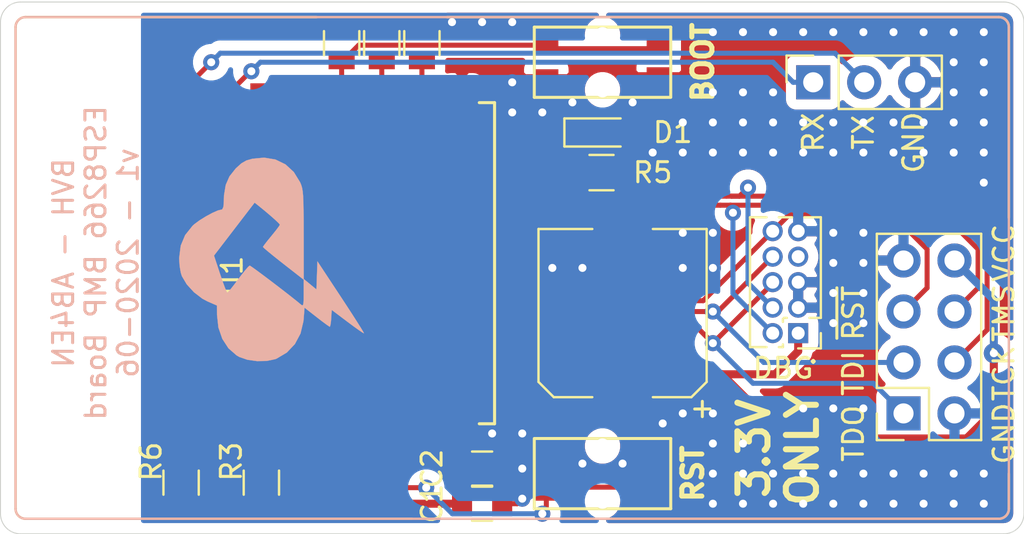
<source format=kicad_pcb>
(kicad_pcb (version 20171130) (host pcbnew 5.1.6-c6e7f7d~86~ubuntu18.04.1)

  (general
    (thickness 1.6)
    (drawings 35)
    (tracks 236)
    (zones 0)
    (modules 17)
    (nets 16)
  )

  (page A4)
  (layers
    (0 F.Cu signal)
    (31 B.Cu signal)
    (32 B.Adhes user)
    (33 F.Adhes user)
    (34 B.Paste user)
    (35 F.Paste user)
    (36 B.SilkS user)
    (37 F.SilkS user)
    (38 B.Mask user)
    (39 F.Mask user)
    (40 Dwgs.User user)
    (41 Cmts.User user)
    (42 Eco1.User user)
    (43 Eco2.User user)
    (44 Edge.Cuts user)
    (45 Margin user)
    (46 B.CrtYd user)
    (47 F.CrtYd user)
    (48 B.Fab user)
    (49 F.Fab user)
  )

  (setup
    (last_trace_width 0.25)
    (trace_clearance 0.2)
    (zone_clearance 0.508)
    (zone_45_only no)
    (trace_min 0.2)
    (via_size 0.8)
    (via_drill 0.4)
    (via_min_size 0.4)
    (via_min_drill 0.3)
    (uvia_size 0.3)
    (uvia_drill 0.1)
    (uvias_allowed no)
    (uvia_min_size 0.2)
    (uvia_min_drill 0.1)
    (edge_width 0.05)
    (segment_width 0.2)
    (pcb_text_width 0.3)
    (pcb_text_size 1.5 1.5)
    (mod_edge_width 0.12)
    (mod_text_size 1 1)
    (mod_text_width 0.15)
    (pad_size 1.524 1.524)
    (pad_drill 0.762)
    (pad_to_mask_clearance 0.05)
    (aux_axis_origin 0 0)
    (visible_elements FFFFFF7F)
    (pcbplotparams
      (layerselection 0x010fc_ffffffff)
      (usegerberextensions false)
      (usegerberattributes true)
      (usegerberadvancedattributes true)
      (creategerberjobfile true)
      (excludeedgelayer true)
      (linewidth 0.100000)
      (plotframeref false)
      (viasonmask false)
      (mode 1)
      (useauxorigin false)
      (hpglpennumber 1)
      (hpglpenspeed 20)
      (hpglpendiameter 15.000000)
      (psnegative false)
      (psa4output false)
      (plotreference true)
      (plotvalue true)
      (plotinvisibletext false)
      (padsonsilk false)
      (subtractmaskfromsilk false)
      (outputformat 1)
      (mirror false)
      (drillshape 1)
      (scaleselection 1)
      (outputdirectory ""))
  )

  (net 0 "")
  (net 1 Vref)
  (net 2 GND)
  (net 3 "Net-(D1-Pad2)")
  (net 4 RXD)
  (net 5 TXD)
  (net 6 ~TReset)
  (net 7 TDI)
  (net 8 TDO)
  (net 9 TCK)
  (net 10 TMS)
  (net 11 GPIO15)
  (net 12 GPIO2)
  (net 13 CH_PD)
  (net 14 GPIO0)
  (net 15 "Net-(R6-Pad2)")

  (net_class Default "This is the default net class."
    (clearance 0.2)
    (trace_width 0.25)
    (via_dia 0.8)
    (via_drill 0.4)
    (uvia_dia 0.3)
    (uvia_drill 0.1)
    (add_net CH_PD)
    (add_net GND)
    (add_net GPIO0)
    (add_net GPIO15)
    (add_net GPIO2)
    (add_net "Net-(D1-Pad2)")
    (add_net "Net-(R6-Pad2)")
    (add_net RXD)
    (add_net TCK)
    (add_net TDI)
    (add_net TDO)
    (add_net TMS)
    (add_net TXD)
    (add_net ~TReset)
  )

  (net_class VCC ""
    (clearance 0.2)
    (trace_width 0.4)
    (via_dia 1)
    (via_drill 0.4)
    (uvia_dia 0.3)
    (uvia_drill 0.1)
    (add_net Vref)
  )

  (module Capacitors_SMD:C_0805 (layer F.Cu) (tedit 58AA8463) (tstamp 5EEED17B)
    (at 133.5 113.25)
    (descr "Capacitor SMD 0805, reflow soldering, AVX (see smccp.pdf)")
    (tags "capacitor 0805")
    (path /5EEFB42C)
    (attr smd)
    (fp_text reference C2 (at -2.5 0 90) (layer F.SilkS)
      (effects (font (size 1 1) (thickness 0.15)))
    )
    (fp_text value 0.1uF (at 0 0) (layer F.Fab)
      (effects (font (size 1 1) (thickness 0.15)))
    )
    (fp_line (start 1.75 0.87) (end -1.75 0.87) (layer F.CrtYd) (width 0.05))
    (fp_line (start 1.75 0.87) (end 1.75 -0.88) (layer F.CrtYd) (width 0.05))
    (fp_line (start -1.75 -0.88) (end -1.75 0.87) (layer F.CrtYd) (width 0.05))
    (fp_line (start -1.75 -0.88) (end 1.75 -0.88) (layer F.CrtYd) (width 0.05))
    (fp_line (start -0.5 0.85) (end 0.5 0.85) (layer F.SilkS) (width 0.12))
    (fp_line (start 0.5 -0.85) (end -0.5 -0.85) (layer F.SilkS) (width 0.12))
    (fp_line (start -1 -0.62) (end 1 -0.62) (layer F.Fab) (width 0.1))
    (fp_line (start 1 -0.62) (end 1 0.62) (layer F.Fab) (width 0.1))
    (fp_line (start 1 0.62) (end -1 0.62) (layer F.Fab) (width 0.1))
    (fp_line (start -1 0.62) (end -1 -0.62) (layer F.Fab) (width 0.1))
    (fp_text user %R (at -2.5 0 90) (layer F.Fab)
      (effects (font (size 1 1) (thickness 0.15)))
    )
    (pad 1 smd rect (at -1 0) (size 1 1.25) (layers F.Cu F.Paste F.Mask)
      (net 1 Vref))
    (pad 2 smd rect (at 1 0) (size 1 1.25) (layers F.Cu F.Paste F.Mask)
      (net 2 GND))
    (model Capacitors_SMD.3dshapes/C_0805.wrl
      (at (xyz 0 0 0))
      (scale (xyz 1 1 1))
      (rotate (xyz 0 0 0))
    )
  )

  (module Pin_Headers:Pin_Header_Straight_2x05_Pitch1.27mm (layer F.Cu) (tedit 59650536) (tstamp 5EEED8CD)
    (at 149.25 106.5 180)
    (descr "Through hole straight pin header, 2x05, 1.27mm pitch, double rows")
    (tags "Through hole pin header THT 2x05 1.27mm double row")
    (path /5EEEA0BA)
    (fp_text reference DBG (at 0.75 -1.75) (layer F.SilkS)
      (effects (font (size 1 1) (thickness 0.15)))
    )
    (fp_text value T_DBG (at -0.635 7.215) (layer F.Fab)
      (effects (font (size 1 1) (thickness 0.15)))
    )
    (fp_line (start 2.85 -1.15) (end -1.6 -1.15) (layer F.CrtYd) (width 0.05))
    (fp_line (start 2.85 6.25) (end 2.85 -1.15) (layer F.CrtYd) (width 0.05))
    (fp_line (start -1.6 6.25) (end 2.85 6.25) (layer F.CrtYd) (width 0.05))
    (fp_line (start -1.6 -1.15) (end -1.6 6.25) (layer F.CrtYd) (width 0.05))
    (fp_line (start -1.13 -0.76) (end 0 -0.76) (layer F.SilkS) (width 0.12))
    (fp_line (start -1.13 0) (end -1.13 -0.76) (layer F.SilkS) (width 0.12))
    (fp_line (start 1.57753 -0.695) (end 2.4 -0.695) (layer F.SilkS) (width 0.12))
    (fp_line (start 0.76 -0.695) (end 0.96247 -0.695) (layer F.SilkS) (width 0.12))
    (fp_line (start 0.76 -0.563471) (end 0.76 -0.695) (layer F.SilkS) (width 0.12))
    (fp_line (start 0.76 0.706529) (end 0.76 0.563471) (layer F.SilkS) (width 0.12))
    (fp_line (start 0.563471 0.76) (end 0.706529 0.76) (layer F.SilkS) (width 0.12))
    (fp_line (start -1.13 0.76) (end -0.563471 0.76) (layer F.SilkS) (width 0.12))
    (fp_line (start 2.4 -0.695) (end 2.4 5.775) (layer F.SilkS) (width 0.12))
    (fp_line (start -1.13 0.76) (end -1.13 5.775) (layer F.SilkS) (width 0.12))
    (fp_line (start 0.30753 5.775) (end 0.96247 5.775) (layer F.SilkS) (width 0.12))
    (fp_line (start 1.57753 5.775) (end 2.4 5.775) (layer F.SilkS) (width 0.12))
    (fp_line (start -1.13 5.775) (end -0.30753 5.775) (layer F.SilkS) (width 0.12))
    (fp_line (start -1.07 0.2175) (end -0.2175 -0.635) (layer F.Fab) (width 0.1))
    (fp_line (start -1.07 5.715) (end -1.07 0.2175) (layer F.Fab) (width 0.1))
    (fp_line (start 2.34 5.715) (end -1.07 5.715) (layer F.Fab) (width 0.1))
    (fp_line (start 2.34 -0.635) (end 2.34 5.715) (layer F.Fab) (width 0.1))
    (fp_line (start -0.2175 -0.635) (end 2.34 -0.635) (layer F.Fab) (width 0.1))
    (fp_text user %R (at -0.635 2.54 90) (layer F.Fab)
      (effects (font (size 1 1) (thickness 0.15)))
    )
    (pad 1 thru_hole rect (at 0 0 180) (size 1 1) (drill 0.65) (layers *.Cu *.Mask)
      (net 1 Vref))
    (pad 2 thru_hole oval (at 1.27 0 180) (size 1 1) (drill 0.65) (layers *.Cu *.Mask)
      (net 10 TMS))
    (pad 3 thru_hole oval (at 0 1.27 180) (size 1 1) (drill 0.65) (layers *.Cu *.Mask)
      (net 2 GND))
    (pad 4 thru_hole oval (at 1.27 1.27 180) (size 1 1) (drill 0.65) (layers *.Cu *.Mask)
      (net 9 TCK))
    (pad 5 thru_hole oval (at 0 2.54 180) (size 1 1) (drill 0.65) (layers *.Cu *.Mask)
      (net 2 GND))
    (pad 6 thru_hole oval (at 1.27 2.54 180) (size 1 1) (drill 0.65) (layers *.Cu *.Mask)
      (net 8 TDO))
    (pad 7 thru_hole oval (at 0 3.81 180) (size 1 1) (drill 0.65) (layers *.Cu *.Mask))
    (pad 8 thru_hole oval (at 1.27 3.81 180) (size 1 1) (drill 0.65) (layers *.Cu *.Mask)
      (net 7 TDI))
    (pad 9 thru_hole oval (at 0 5.08 180) (size 1 1) (drill 0.65) (layers *.Cu *.Mask)
      (net 2 GND))
    (pad 10 thru_hole oval (at 1.27 5.08 180) (size 1 1) (drill 0.65) (layers *.Cu *.Mask)
      (net 6 ~TReset))
    (model ${KISYS3DMOD}/Pin_Headers.3dshapes/Pin_Header_Straight_2x05_Pitch1.27mm.wrl
      (at (xyz 0 0 0))
      (scale (xyz 1 1 1))
      (rotate (xyz 0 0 0))
    )
  )

  (module ESP8266:ESP-12E_SMD (layer F.Cu) (tedit 58FB7FFE) (tstamp 5EEEFB0E)
    (at 118.5 110 90)
    (descr "Module, ESP-8266, ESP-12, 16 pad, SMD")
    (tags "Module ESP-8266 ESP8266")
    (path /5EEE92F1)
    (fp_text reference U1 (at 6.35 2.54 90) (layer F.SilkS)
      (effects (font (size 1 1) (thickness 0.15)))
    )
    (fp_text value ESP-12F (at 6.35 6.35 90) (layer F.Fab) hide
      (effects (font (size 1 1) (thickness 0.15)))
    )
    (fp_text user "No Copper" (at 6.892 -5.4 90) (layer F.CrtYd)
      (effects (font (size 1 1) (thickness 0.15)))
    )
    (fp_line (start -2.25 -0.5) (end -2.25 -8.75) (layer F.CrtYd) (width 0.05))
    (fp_line (start -2.25 -8.75) (end 15.25 -8.75) (layer F.CrtYd) (width 0.05))
    (fp_line (start 15.25 -8.75) (end 16.25 -8.75) (layer F.CrtYd) (width 0.05))
    (fp_line (start 16.25 -8.75) (end 16.25 16) (layer F.CrtYd) (width 0.05))
    (fp_line (start 16.25 16) (end -2.25 16) (layer F.CrtYd) (width 0.05))
    (fp_line (start -2.25 16) (end -2.25 -0.5) (layer F.CrtYd) (width 0.05))
    (fp_line (start -1.016 -8.382) (end 14.986 -8.382) (layer F.CrtYd) (width 0.1524))
    (fp_line (start 14.986 -8.382) (end 14.986 -0.889) (layer F.CrtYd) (width 0.1524))
    (fp_line (start -1.016 -8.382) (end -1.016 -1.016) (layer F.CrtYd) (width 0.1524))
    (fp_line (start -1.016 14.859) (end -1.016 15.621) (layer F.SilkS) (width 0.1524))
    (fp_line (start -1.016 15.621) (end 14.986 15.621) (layer F.SilkS) (width 0.1524))
    (fp_line (start 14.986 15.621) (end 14.986 14.859) (layer F.SilkS) (width 0.1524))
    (fp_line (start 14.992 -8.4) (end -1.008 -2.6) (layer F.CrtYd) (width 0.1524))
    (fp_line (start -1.008 -8.4) (end 14.992 -2.6) (layer F.CrtYd) (width 0.1524))
    (fp_line (start -1.008 -2.6) (end 14.992 -2.6) (layer F.CrtYd) (width 0.1524))
    (fp_line (start 15 -8.4) (end 15 15.6) (layer F.Fab) (width 0.05))
    (fp_line (start 14.992 15.6) (end -1.008 15.6) (layer F.Fab) (width 0.05))
    (fp_line (start -1.008 15.6) (end -1.008 -8.4) (layer F.Fab) (width 0.05))
    (fp_line (start -1.008 -8.4) (end 14.992 -8.4) (layer F.Fab) (width 0.05))
    (pad 22 smd rect (at 11.99 15 180) (size 2.5 1.1) (drill (offset -0.7 0)) (layers F.Cu F.Paste F.Mask))
    (pad 21 smd rect (at 9.99 15 180) (size 2.5 1.1) (drill (offset -0.7 0)) (layers F.Cu F.Paste F.Mask))
    (pad 20 smd rect (at 7.99 15 180) (size 2.5 1.1) (drill (offset -0.7 0)) (layers F.Cu F.Paste F.Mask))
    (pad 19 smd rect (at 5.99 15 180) (size 2.5 1.1) (drill (offset -0.7 0)) (layers F.Cu F.Paste F.Mask))
    (pad 18 smd rect (at 3.99 15 180) (size 2.5 1.1) (drill (offset -0.7 0)) (layers F.Cu F.Paste F.Mask))
    (pad 17 smd rect (at 1.99 15 180) (size 2.5 1.1) (drill (offset -0.7 0)) (layers F.Cu F.Paste F.Mask))
    (pad 16 smd rect (at 14 0 90) (size 2.5 1.1) (drill (offset 0.7 0)) (layers F.Cu F.Paste F.Mask)
      (net 5 TXD))
    (pad 15 smd rect (at 14 2 90) (size 2.5 1.1) (drill (offset 0.7 0)) (layers F.Cu F.Paste F.Mask)
      (net 4 RXD))
    (pad 14 smd rect (at 14 4 90) (size 2.5 1.1) (drill (offset 0.7 0)) (layers F.Cu F.Paste F.Mask)
      (net 10 TMS))
    (pad 13 smd rect (at 14 6 90) (size 2.5 1.1) (drill (offset 0.7 0)) (layers F.Cu F.Paste F.Mask)
      (net 9 TCK))
    (pad 12 smd rect (at 14 8 90) (size 2.5 1.1) (drill (offset 0.7 0)) (layers F.Cu F.Paste F.Mask)
      (net 14 GPIO0))
    (pad 11 smd rect (at 14 10 90) (size 2.5 1.1) (drill (offset 0.7 0)) (layers F.Cu F.Paste F.Mask)
      (net 12 GPIO2))
    (pad 10 smd rect (at 14 12 90) (size 2.5 1.1) (drill (offset 0.7 0)) (layers F.Cu F.Paste F.Mask)
      (net 11 GPIO15))
    (pad 9 smd rect (at 14 14 90) (size 2.5 1.1) (drill (offset 0.7 0)) (layers F.Cu F.Paste F.Mask)
      (net 2 GND))
    (pad 8 smd rect (at 0 14 90) (size 2.5 1.1) (drill (offset -0.7 0)) (layers F.Cu F.Paste F.Mask)
      (net 1 Vref))
    (pad 7 smd rect (at 0 12 90) (size 2.5 1.1) (drill (offset -0.7 0)) (layers F.Cu F.Paste F.Mask)
      (net 8 TDO))
    (pad 6 smd rect (at 0 10 90) (size 2.5 1.1) (drill (offset -0.7 0)) (layers F.Cu F.Paste F.Mask)
      (net 7 TDI))
    (pad 5 smd rect (at 0 8 90) (size 2.5 1.1) (drill (offset -0.7 0)) (layers F.Cu F.Paste F.Mask)
      (net 6 ~TReset))
    (pad 4 smd rect (at 0 6 90) (size 2.5 1.1) (drill (offset -0.7 0)) (layers F.Cu F.Paste F.Mask))
    (pad 3 smd rect (at 0 4 90) (size 2.5 1.1) (drill (offset -0.7 0)) (layers F.Cu F.Paste F.Mask)
      (net 13 CH_PD))
    (pad 2 smd rect (at 0 2 90) (size 2.5 1.1) (drill (offset -0.7 0)) (layers F.Cu F.Paste F.Mask))
    (pad 1 smd rect (at 0 0 90) (size 2.5 1.1) (drill (offset -0.7 0)) (layers F.Cu F.Paste F.Mask)
      (net 15 "Net-(R6-Pad2)"))
    (model ${ESPLIB}/ESP8266.3dshapes/ESP-12.wrl
      (at (xyz 0 0 0))
      (scale (xyz 0.3937 0.3937 0.3937))
      (rotate (xyz 0 0 0))
    )
  )

  (module BVH_Logos:SkyIron_logo_Back (layer F.Cu) (tedit 5EC1B53B) (tstamp 5EEF0E01)
    (at 123 103.5 90)
    (fp_text reference G*** (at 0 0 90) (layer F.SilkS) hide
      (effects (font (size 1.524 1.524) (thickness 0.3)))
    )
    (fp_text value LOGO (at 0.75 0 90) (layer F.SilkS) hide
      (effects (font (size 1.524 1.524) (thickness 0.3)))
    )
    (fp_poly (pts (xy 0.352298 -4.573742) (xy 0.020909 -4.517714) (xy -0.158124 -4.462771) (xy -0.568729 -4.218391)
      (xy -0.960714 -3.860141) (xy -1.282732 -3.44029) (xy -1.423622 -3.174524) (xy -1.623737 -2.712223)
      (xy -2.089404 -2.710306) (xy -2.720813 -2.641024) (xy -3.283692 -2.447098) (xy -3.754039 -2.141285)
      (xy -4.107855 -1.736342) (xy -4.189405 -1.594084) (xy -4.327557 -1.193063) (xy -4.393634 -0.714943)
      (xy -4.38447 -0.230464) (xy -4.296899 0.189635) (xy -4.272125 0.254) (xy -3.96779 0.76751)
      (xy -3.543426 1.170759) (xy -3.017406 1.45105) (xy -2.408103 1.595686) (xy -2.318135 1.604313)
      (xy -1.730121 1.651) (xy -2.206096 2.258653) (xy -2.415447 2.530443) (xy -2.57786 2.749903)
      (xy -2.669836 2.884854) (xy -2.68207 2.910395) (xy -2.605941 2.940286) (xy -2.41146 2.9681)
      (xy -2.262451 2.980076) (xy -1.842832 3.005667) (xy -2.43912 3.795609) (xy -2.66994 4.106555)
      (xy -2.854143 4.364629) (xy -2.972683 4.542435) (xy -3.006906 4.612312) (xy -2.931538 4.575026)
      (xy -2.734381 4.456125) (xy -2.434629 4.267785) (xy -2.051479 4.022182) (xy -1.604125 3.731492)
      (xy -1.200404 3.46641) (xy 0.577596 2.293746) (xy -0.122819 2.268707) (xy -0.823235 2.243667)
      (xy -0.299075 1.608667) (xy 1.917261 1.606807) (xy 2.5952 1.605383) (xy 3.126469 1.601369)
      (xy 3.533727 1.593245) (xy 3.839631 1.579491) (xy 4.066842 1.558584) (xy 4.238018 1.529005)
      (xy 4.375819 1.489233) (xy 4.502904 1.437746) (xy 4.514596 1.432483) (xy 5.028188 1.116403)
      (xy 5.409697 0.701144) (xy 5.651277 0.20259) (xy 5.745077 -0.363375) (xy 5.700865 -0.836434)
      (xy 3.502838 -0.836434) (xy 3.352551 -0.647268) (xy 3.106614 -0.344738) (xy 2.863604 -0.057756)
      (xy 2.648923 0.184998) (xy 2.487973 0.354841) (xy 2.406159 0.423095) (xy 2.404315 0.423334)
      (xy 2.319153 0.372883) (xy 2.140171 0.239209) (xy 1.902512 0.048824) (xy 1.846068 0.00215)
      (xy 1.601324 -0.197243) (xy 1.408953 -0.346257) (xy 1.303542 -0.418301) (xy 1.295421 -0.421183)
      (xy 1.230775 -0.358752) (xy 1.081728 -0.185219) (xy 0.867281 0.07642) (xy 0.606438 0.403172)
      (xy 0.457611 0.592667) (xy -0.336024 1.608667) (xy -1.014169 1.608667) (xy -1.347314 1.606201)
      (xy -1.538528 1.593901) (xy -1.615196 1.564409) (xy -1.604702 1.51037) (xy -1.565741 1.4605)
      (xy -1.399739 1.259055) (xy -1.176672 0.978433) (xy -0.915862 0.644065) (xy -0.636634 0.281383)
      (xy -0.35831 -0.084183) (xy -0.100215 -0.427202) (xy 0.118329 -0.722242) (xy 0.277996 -0.943873)
      (xy 0.359465 -1.066663) (xy 0.36593 -1.081696) (xy 0.301878 -1.158891) (xy 0.129362 -1.309563)
      (xy -0.122157 -1.508952) (xy -0.311404 -1.651) (xy -0.59765 -1.866231) (xy -0.824037 -2.045344)
      (xy -0.961251 -2.164631) (xy -0.988737 -2.1988) (xy -0.913374 -2.243222) (xy -0.708531 -2.326799)
      (xy -0.406075 -2.437298) (xy -0.06203 -2.554522) (xy 0.864676 -2.860681) (xy 2.183757 -1.848558)
      (xy 3.502838 -0.836434) (xy 5.700865 -0.836434) (xy 5.69049 -0.94744) (xy 5.604056 -1.246889)
      (xy 5.464262 -1.492027) (xy 5.229643 -1.753243) (xy 5.196794 -1.785465) (xy 4.811365 -2.090263)
      (xy 4.38453 -2.276987) (xy 3.872369 -2.361616) (xy 3.588104 -2.370666) (xy 3.29564 -2.390779)
      (xy 3.166767 -2.451268) (xy 3.159863 -2.4765) (xy 3.113249 -2.665778) (xy 2.990991 -2.943484)
      (xy 2.819216 -3.262706) (xy 2.624052 -3.576536) (xy 2.431628 -3.838063) (xy 2.351763 -3.92734)
      (xy 1.886228 -4.298801) (xy 1.359586 -4.518799) (xy 0.751632 -4.595544) (xy 0.706572 -4.595766)
      (xy 0.352298 -4.573742)) (layer B.SilkS) (width 0.01))
  )

  (module BVH_Switches:Tac_SMD_6.4mm_Side_SPST_NO (layer F.Cu) (tedit 5EC803C5) (tstamp 5EEEF94D)
    (at 139.5 93 180)
    (descr "side smd tac switch")
    (tags "switch tac rightangle side smd")
    (path /5EEF95EA)
    (attr smd)
    (fp_text reference SW2 (at 0 0) (layer F.Fab)
      (effects (font (size 1 1) (thickness 0.15)))
    )
    (fp_text value BOOT (at 0 -2.7) (layer F.Fab)
      (effects (font (size 1 1) (thickness 0.15)))
    )
    (fp_line (start -3.4 -1.75) (end 3.4 -1.75) (layer F.SilkS) (width 0.15))
    (fp_line (start 3.4 -1.75) (end 3.4 1.75) (layer F.SilkS) (width 0.15))
    (fp_line (start 3.4 1.75) (end -3.4 1.75) (layer F.SilkS) (width 0.15))
    (fp_line (start -3.4 1.75) (end -3.4 -1.7) (layer F.SilkS) (width 0.15))
    (fp_line (start -1.3 1.75) (end -1.3 2.75) (layer Eco1.User) (width 0.15))
    (fp_line (start -1.3 2.75) (end 1.3 2.75) (layer Eco1.User) (width 0.15))
    (fp_line (start 1.3 2.75) (end 1.3 1.75) (layer Eco1.User) (width 0.15))
    (fp_line (start -1.3 2.5) (end 1.3 2.5) (layer Eco1.User) (width 0.15))
    (pad 1 smd rect (at 2.8 -0.85 180) (size 1.2 1) (layers F.Cu F.Paste F.Mask)
      (net 2 GND))
    (pad 2 smd rect (at 2.8 0.85 180) (size 1.2 1) (layers F.Cu F.Paste F.Mask)
      (net 14 GPIO0))
    (pad 2 smd rect (at -2.8 0.85 180) (size 1.2 1) (layers F.Cu F.Paste F.Mask)
      (net 14 GPIO0))
    (pad 1 smd rect (at -2.8 -0.75 180) (size 1.2 1) (layers F.Cu F.Paste F.Mask)
      (net 2 GND))
    (pad "" np_thru_hole circle (at 0 1.375 180) (size 0.75 0.75) (drill 0.75) (layers *.Cu *.Mask))
    (pad "" np_thru_hole circle (at 0 -1.375 180) (size 0.75 0.75) (drill 0.75) (layers *.Cu *.Mask))
  )

  (module BVH_Switches:Tac_SMD_6.4mm_Side_SPST_NO (layer F.Cu) (tedit 5EC803C5) (tstamp 5EEEF908)
    (at 139.5 113.5)
    (descr "side smd tac switch")
    (tags "switch tac rightangle side smd")
    (path /5EEF7B73)
    (attr smd)
    (fp_text reference SW1 (at 0 0) (layer F.Fab)
      (effects (font (size 1 1) (thickness 0.15)))
    )
    (fp_text value RST (at 0 -2.7) (layer F.Fab)
      (effects (font (size 1 1) (thickness 0.15)))
    )
    (fp_line (start -3.4 -1.75) (end 3.4 -1.75) (layer F.SilkS) (width 0.15))
    (fp_line (start 3.4 -1.75) (end 3.4 1.75) (layer F.SilkS) (width 0.15))
    (fp_line (start 3.4 1.75) (end -3.4 1.75) (layer F.SilkS) (width 0.15))
    (fp_line (start -3.4 1.75) (end -3.4 -1.7) (layer F.SilkS) (width 0.15))
    (fp_line (start -1.3 1.75) (end -1.3 2.75) (layer Eco1.User) (width 0.15))
    (fp_line (start -1.3 2.75) (end 1.3 2.75) (layer Eco1.User) (width 0.15))
    (fp_line (start 1.3 2.75) (end 1.3 1.75) (layer Eco1.User) (width 0.15))
    (fp_line (start -1.3 2.5) (end 1.3 2.5) (layer Eco1.User) (width 0.15))
    (pad 1 smd rect (at 2.8 -0.85) (size 1.2 1) (layers F.Cu F.Paste F.Mask)
      (net 2 GND))
    (pad 2 smd rect (at 2.8 0.85) (size 1.2 1) (layers F.Cu F.Paste F.Mask)
      (net 15 "Net-(R6-Pad2)"))
    (pad 2 smd rect (at -2.8 0.85) (size 1.2 1) (layers F.Cu F.Paste F.Mask)
      (net 15 "Net-(R6-Pad2)"))
    (pad 1 smd rect (at -2.8 -0.75) (size 1.2 1) (layers F.Cu F.Paste F.Mask)
      (net 2 GND))
    (pad "" np_thru_hole circle (at 0 1.375) (size 0.75 0.75) (drill 0.75) (layers *.Cu *.Mask))
    (pad "" np_thru_hole circle (at 0 -1.375) (size 0.75 0.75) (drill 0.75) (layers *.Cu *.Mask))
  )

  (module Resistors_SMD:R_0805 (layer F.Cu) (tedit 58E0A804) (tstamp 5EEEC808)
    (at 118.5 113.95 90)
    (descr "Resistor SMD 0805, reflow soldering, Vishay (see dcrcw.pdf)")
    (tags "resistor 0805")
    (path /5EF08739)
    (attr smd)
    (fp_text reference R6 (at 1.05 -1.5 270) (layer F.SilkS)
      (effects (font (size 1 1) (thickness 0.15)))
    )
    (fp_text value 10k (at 0.05 0 90) (layer F.Fab)
      (effects (font (size 1 1) (thickness 0.15)))
    )
    (fp_line (start 1.55 0.9) (end -1.55 0.9) (layer F.CrtYd) (width 0.05))
    (fp_line (start 1.55 0.9) (end 1.55 -0.9) (layer F.CrtYd) (width 0.05))
    (fp_line (start -1.55 -0.9) (end -1.55 0.9) (layer F.CrtYd) (width 0.05))
    (fp_line (start -1.55 -0.9) (end 1.55 -0.9) (layer F.CrtYd) (width 0.05))
    (fp_line (start -0.6 -0.88) (end 0.6 -0.88) (layer F.SilkS) (width 0.12))
    (fp_line (start 0.6 0.88) (end -0.6 0.88) (layer F.SilkS) (width 0.12))
    (fp_line (start -1 -0.62) (end 1 -0.62) (layer F.Fab) (width 0.1))
    (fp_line (start 1 -0.62) (end 1 0.62) (layer F.Fab) (width 0.1))
    (fp_line (start 1 0.62) (end -1 0.62) (layer F.Fab) (width 0.1))
    (fp_line (start -1 0.62) (end -1 -0.62) (layer F.Fab) (width 0.1))
    (fp_text user %R (at 0 0 90) (layer F.Fab)
      (effects (font (size 0.5 0.5) (thickness 0.075)))
    )
    (pad 1 smd rect (at -0.95 0 90) (size 0.7 1.3) (layers F.Cu F.Paste F.Mask)
      (net 1 Vref))
    (pad 2 smd rect (at 0.95 0 90) (size 0.7 1.3) (layers F.Cu F.Paste F.Mask)
      (net 15 "Net-(R6-Pad2)"))
    (model ${KISYS3DMOD}/Resistors_SMD.3dshapes/R_0805.wrl
      (at (xyz 0 0 0))
      (scale (xyz 1 1 1))
      (rotate (xyz 0 0 0))
    )
  )

  (module Resistors_SMD:R_0805 (layer F.Cu) (tedit 58E0A804) (tstamp 5EEED6C2)
    (at 139.45 98.5)
    (descr "Resistor SMD 0805, reflow soldering, Vishay (see dcrcw.pdf)")
    (tags "resistor 0805")
    (path /5EF20CCE)
    (attr smd)
    (fp_text reference R5 (at 2.55 0) (layer F.SilkS)
      (effects (font (size 1 1) (thickness 0.15)))
    )
    (fp_text value 1k (at 0 1.75) (layer F.Fab)
      (effects (font (size 1 1) (thickness 0.15)))
    )
    (fp_line (start 1.55 0.9) (end -1.55 0.9) (layer F.CrtYd) (width 0.05))
    (fp_line (start 1.55 0.9) (end 1.55 -0.9) (layer F.CrtYd) (width 0.05))
    (fp_line (start -1.55 -0.9) (end -1.55 0.9) (layer F.CrtYd) (width 0.05))
    (fp_line (start -1.55 -0.9) (end 1.55 -0.9) (layer F.CrtYd) (width 0.05))
    (fp_line (start -0.6 -0.88) (end 0.6 -0.88) (layer F.SilkS) (width 0.12))
    (fp_line (start 0.6 0.88) (end -0.6 0.88) (layer F.SilkS) (width 0.12))
    (fp_line (start -1 -0.62) (end 1 -0.62) (layer F.Fab) (width 0.1))
    (fp_line (start 1 -0.62) (end 1 0.62) (layer F.Fab) (width 0.1))
    (fp_line (start 1 0.62) (end -1 0.62) (layer F.Fab) (width 0.1))
    (fp_line (start -1 0.62) (end -1 -0.62) (layer F.Fab) (width 0.1))
    (fp_text user %R (at 0 0) (layer F.Fab)
      (effects (font (size 0.5 0.5) (thickness 0.075)))
    )
    (pad 1 smd rect (at -0.95 0) (size 0.7 1.3) (layers F.Cu F.Paste F.Mask)
      (net 11 GPIO15))
    (pad 2 smd rect (at 0.95 0) (size 0.7 1.3) (layers F.Cu F.Paste F.Mask)
      (net 3 "Net-(D1-Pad2)"))
    (model ${KISYS3DMOD}/Resistors_SMD.3dshapes/R_0805.wrl
      (at (xyz 0 0 0))
      (scale (xyz 1 1 1))
      (rotate (xyz 0 0 0))
    )
  )

  (module Resistors_SMD:R_0805 (layer F.Cu) (tedit 58E0A804) (tstamp 5EEEC802)
    (at 126.5 92.05 270)
    (descr "Resistor SMD 0805, reflow soldering, Vishay (see dcrcw.pdf)")
    (tags "resistor 0805")
    (path /5EEF091D)
    (attr smd)
    (fp_text reference R4 (at -2.45 0 90) (layer F.SilkS) hide
      (effects (font (size 1 1) (thickness 0.15)))
    )
    (fp_text value 10k (at 0 1.75 90) (layer F.Fab)
      (effects (font (size 1 1) (thickness 0.15)))
    )
    (fp_line (start 1.55 0.9) (end -1.55 0.9) (layer F.CrtYd) (width 0.05))
    (fp_line (start 1.55 0.9) (end 1.55 -0.9) (layer F.CrtYd) (width 0.05))
    (fp_line (start -1.55 -0.9) (end -1.55 0.9) (layer F.CrtYd) (width 0.05))
    (fp_line (start -1.55 -0.9) (end 1.55 -0.9) (layer F.CrtYd) (width 0.05))
    (fp_line (start -0.6 -0.88) (end 0.6 -0.88) (layer F.SilkS) (width 0.12))
    (fp_line (start 0.6 0.88) (end -0.6 0.88) (layer F.SilkS) (width 0.12))
    (fp_line (start -1 -0.62) (end 1 -0.62) (layer F.Fab) (width 0.1))
    (fp_line (start 1 -0.62) (end 1 0.62) (layer F.Fab) (width 0.1))
    (fp_line (start 1 0.62) (end -1 0.62) (layer F.Fab) (width 0.1))
    (fp_line (start -1 0.62) (end -1 -0.62) (layer F.Fab) (width 0.1))
    (fp_text user %R (at 0 0 90) (layer F.Fab)
      (effects (font (size 0.5 0.5) (thickness 0.075)))
    )
    (pad 1 smd rect (at -0.95 0 270) (size 0.7 1.3) (layers F.Cu F.Paste F.Mask)
      (net 1 Vref))
    (pad 2 smd rect (at 0.95 0 270) (size 0.7 1.3) (layers F.Cu F.Paste F.Mask)
      (net 14 GPIO0))
    (model ${KISYS3DMOD}/Resistors_SMD.3dshapes/R_0805.wrl
      (at (xyz 0 0 0))
      (scale (xyz 1 1 1))
      (rotate (xyz 0 0 0))
    )
  )

  (module Resistors_SMD:R_0805 (layer F.Cu) (tedit 58E0A804) (tstamp 5EEEC7FF)
    (at 122.5 113.95 90)
    (descr "Resistor SMD 0805, reflow soldering, Vishay (see dcrcw.pdf)")
    (tags "resistor 0805")
    (path /5EF193D6)
    (attr smd)
    (fp_text reference R3 (at 1.05 -1.5 270) (layer F.SilkS)
      (effects (font (size 1 1) (thickness 0.15)))
    )
    (fp_text value 10k (at 0 0 90) (layer F.Fab)
      (effects (font (size 1 1) (thickness 0.15)))
    )
    (fp_line (start 1.55 0.9) (end -1.55 0.9) (layer F.CrtYd) (width 0.05))
    (fp_line (start 1.55 0.9) (end 1.55 -0.9) (layer F.CrtYd) (width 0.05))
    (fp_line (start -1.55 -0.9) (end -1.55 0.9) (layer F.CrtYd) (width 0.05))
    (fp_line (start -1.55 -0.9) (end 1.55 -0.9) (layer F.CrtYd) (width 0.05))
    (fp_line (start -0.6 -0.88) (end 0.6 -0.88) (layer F.SilkS) (width 0.12))
    (fp_line (start 0.6 0.88) (end -0.6 0.88) (layer F.SilkS) (width 0.12))
    (fp_line (start -1 -0.62) (end 1 -0.62) (layer F.Fab) (width 0.1))
    (fp_line (start 1 -0.62) (end 1 0.62) (layer F.Fab) (width 0.1))
    (fp_line (start 1 0.62) (end -1 0.62) (layer F.Fab) (width 0.1))
    (fp_line (start -1 0.62) (end -1 -0.62) (layer F.Fab) (width 0.1))
    (fp_text user %R (at 0 0 90) (layer F.Fab)
      (effects (font (size 0.5 0.5) (thickness 0.075)))
    )
    (pad 1 smd rect (at -0.95 0 90) (size 0.7 1.3) (layers F.Cu F.Paste F.Mask)
      (net 1 Vref))
    (pad 2 smd rect (at 0.95 0 90) (size 0.7 1.3) (layers F.Cu F.Paste F.Mask)
      (net 13 CH_PD))
    (model ${KISYS3DMOD}/Resistors_SMD.3dshapes/R_0805.wrl
      (at (xyz 0 0 0))
      (scale (xyz 1 1 1))
      (rotate (xyz 0 0 0))
    )
  )

  (module Resistors_SMD:R_0805 (layer F.Cu) (tedit 58E0A804) (tstamp 5EEED548)
    (at 128.5 92.05 270)
    (descr "Resistor SMD 0805, reflow soldering, Vishay (see dcrcw.pdf)")
    (tags "resistor 0805")
    (path /5EEF0570)
    (attr smd)
    (fp_text reference R2 (at 0 -1.65 90) (layer F.SilkS) hide
      (effects (font (size 1 1) (thickness 0.15)))
    )
    (fp_text value 10k (at 0 1.75 90) (layer F.Fab)
      (effects (font (size 1 1) (thickness 0.15)))
    )
    (fp_line (start 1.55 0.9) (end -1.55 0.9) (layer F.CrtYd) (width 0.05))
    (fp_line (start 1.55 0.9) (end 1.55 -0.9) (layer F.CrtYd) (width 0.05))
    (fp_line (start -1.55 -0.9) (end -1.55 0.9) (layer F.CrtYd) (width 0.05))
    (fp_line (start -1.55 -0.9) (end 1.55 -0.9) (layer F.CrtYd) (width 0.05))
    (fp_line (start -0.6 -0.88) (end 0.6 -0.88) (layer F.SilkS) (width 0.12))
    (fp_line (start 0.6 0.88) (end -0.6 0.88) (layer F.SilkS) (width 0.12))
    (fp_line (start -1 -0.62) (end 1 -0.62) (layer F.Fab) (width 0.1))
    (fp_line (start 1 -0.62) (end 1 0.62) (layer F.Fab) (width 0.1))
    (fp_line (start 1 0.62) (end -1 0.62) (layer F.Fab) (width 0.1))
    (fp_line (start -1 0.62) (end -1 -0.62) (layer F.Fab) (width 0.1))
    (fp_text user %R (at 0 0 90) (layer F.Fab)
      (effects (font (size 0.5 0.5) (thickness 0.075)))
    )
    (pad 1 smd rect (at -0.95 0 270) (size 0.7 1.3) (layers F.Cu F.Paste F.Mask)
      (net 1 Vref))
    (pad 2 smd rect (at 0.95 0 270) (size 0.7 1.3) (layers F.Cu F.Paste F.Mask)
      (net 12 GPIO2))
    (model ${KISYS3DMOD}/Resistors_SMD.3dshapes/R_0805.wrl
      (at (xyz 0 0 0))
      (scale (xyz 1 1 1))
      (rotate (xyz 0 0 0))
    )
  )

  (module Resistors_SMD:R_0805 (layer F.Cu) (tedit 58E0A804) (tstamp 5EEED424)
    (at 130.5 92.05 90)
    (descr "Resistor SMD 0805, reflow soldering, Vishay (see dcrcw.pdf)")
    (tags "resistor 0805")
    (path /5EEF3251)
    (attr smd)
    (fp_text reference R1 (at 0 -1.65 90) (layer F.SilkS) hide
      (effects (font (size 1 1) (thickness 0.15)))
    )
    (fp_text value 10k (at 0 1.75 90) (layer F.Fab)
      (effects (font (size 1 1) (thickness 0.15)))
    )
    (fp_line (start 1.55 0.9) (end -1.55 0.9) (layer F.CrtYd) (width 0.05))
    (fp_line (start 1.55 0.9) (end 1.55 -0.9) (layer F.CrtYd) (width 0.05))
    (fp_line (start -1.55 -0.9) (end -1.55 0.9) (layer F.CrtYd) (width 0.05))
    (fp_line (start -1.55 -0.9) (end 1.55 -0.9) (layer F.CrtYd) (width 0.05))
    (fp_line (start -0.6 -0.88) (end 0.6 -0.88) (layer F.SilkS) (width 0.12))
    (fp_line (start 0.6 0.88) (end -0.6 0.88) (layer F.SilkS) (width 0.12))
    (fp_line (start -1 -0.62) (end 1 -0.62) (layer F.Fab) (width 0.1))
    (fp_line (start 1 -0.62) (end 1 0.62) (layer F.Fab) (width 0.1))
    (fp_line (start 1 0.62) (end -1 0.62) (layer F.Fab) (width 0.1))
    (fp_line (start -1 0.62) (end -1 -0.62) (layer F.Fab) (width 0.1))
    (fp_text user %R (at 0 0 90) (layer F.Fab)
      (effects (font (size 0.5 0.5) (thickness 0.075)))
    )
    (pad 1 smd rect (at -0.95 0 90) (size 0.7 1.3) (layers F.Cu F.Paste F.Mask)
      (net 11 GPIO15))
    (pad 2 smd rect (at 0.95 0 90) (size 0.7 1.3) (layers F.Cu F.Paste F.Mask)
      (net 2 GND))
    (model ${KISYS3DMOD}/Resistors_SMD.3dshapes/R_0805.wrl
      (at (xyz 0 0 0))
      (scale (xyz 1 1 1))
      (rotate (xyz 0 0 0))
    )
  )

  (module Connector_PinSocket_2.54mm:PinSocket_2x04_P2.54mm_Vertical (layer F.Cu) (tedit 5A19A422) (tstamp 5EEF9CAD)
    (at 154.5 110.5 180)
    (descr "Through hole straight socket strip, 2x04, 2.54mm pitch, double cols (from Kicad 4.0.7), script generated")
    (tags "Through hole socket strip THT 2x04 2.54mm double row")
    (path /5EF36222)
    (fp_text reference J3 (at -1.27 -2.77) (layer F.SilkS) hide
      (effects (font (size 1 1) (thickness 0.15)))
    )
    (fp_text value JTAG (at -1.27 10.39) (layer F.Fab)
      (effects (font (size 1 1) (thickness 0.15)))
    )
    (fp_text user %R (at -1.27 3.81 90) (layer F.Fab)
      (effects (font (size 1 1) (thickness 0.15)))
    )
    (fp_line (start -3.81 -1.27) (end 0.27 -1.27) (layer F.Fab) (width 0.1))
    (fp_line (start 0.27 -1.27) (end 1.27 -0.27) (layer F.Fab) (width 0.1))
    (fp_line (start 1.27 -0.27) (end 1.27 8.89) (layer F.Fab) (width 0.1))
    (fp_line (start 1.27 8.89) (end -3.81 8.89) (layer F.Fab) (width 0.1))
    (fp_line (start -3.81 8.89) (end -3.81 -1.27) (layer F.Fab) (width 0.1))
    (fp_line (start -3.87 -1.33) (end -1.27 -1.33) (layer F.SilkS) (width 0.12))
    (fp_line (start -3.87 -1.33) (end -3.87 8.95) (layer F.SilkS) (width 0.12))
    (fp_line (start -3.87 8.95) (end 1.33 8.95) (layer F.SilkS) (width 0.12))
    (fp_line (start 1.33 1.27) (end 1.33 8.95) (layer F.SilkS) (width 0.12))
    (fp_line (start -1.27 1.27) (end 1.33 1.27) (layer F.SilkS) (width 0.12))
    (fp_line (start -1.27 -1.33) (end -1.27 1.27) (layer F.SilkS) (width 0.12))
    (fp_line (start 1.33 -1.33) (end 1.33 0) (layer F.SilkS) (width 0.12))
    (fp_line (start 0 -1.33) (end 1.33 -1.33) (layer F.SilkS) (width 0.12))
    (fp_line (start -4.34 -1.8) (end 1.76 -1.8) (layer F.CrtYd) (width 0.05))
    (fp_line (start 1.76 -1.8) (end 1.76 9.4) (layer F.CrtYd) (width 0.05))
    (fp_line (start 1.76 9.4) (end -4.34 9.4) (layer F.CrtYd) (width 0.05))
    (fp_line (start -4.34 9.4) (end -4.34 -1.8) (layer F.CrtYd) (width 0.05))
    (fp_text user VCC (at -5 8 270) (layer F.SilkS)
      (effects (font (size 1 1) (thickness 0.15)))
    )
    (fp_text user GND (at -5 -1 270) (layer F.SilkS)
      (effects (font (size 1 1) (thickness 0.15)))
    )
    (fp_text user TCK (at -5 2 270) (layer F.SilkS)
      (effects (font (size 1 1) (thickness 0.15)))
    )
    (fp_text user TMS (at -5 5 270) (layer F.SilkS)
      (effects (font (size 1 1) (thickness 0.15)))
    )
    (fp_text user TDO (at 2.5 -1 270) (layer F.SilkS)
      (effects (font (size 1 1) (thickness 0.15)))
    )
    (fp_text user TDI (at 2.5 2 270) (layer F.SilkS)
      (effects (font (size 1 1) (thickness 0.15)))
    )
    (fp_text user ~RST (at 2.5 5 270) (layer F.SilkS)
      (effects (font (size 1 1) (thickness 0.15)))
    )
    (pad 8 thru_hole oval (at -2.54 7.62 180) (size 1.7 1.7) (drill 1) (layers *.Cu *.Mask)
      (net 1 Vref))
    (pad 7 thru_hole oval (at 0 7.62 180) (size 1.7 1.7) (drill 1) (layers *.Cu *.Mask)
      (net 2 GND))
    (pad 6 thru_hole oval (at -2.54 5.08 180) (size 1.7 1.7) (drill 1) (layers *.Cu *.Mask)
      (net 10 TMS))
    (pad 5 thru_hole oval (at 0 5.08 180) (size 1.7 1.7) (drill 1) (layers *.Cu *.Mask)
      (net 6 ~TReset))
    (pad 4 thru_hole oval (at -2.54 2.54 180) (size 1.7 1.7) (drill 1) (layers *.Cu *.Mask)
      (net 9 TCK))
    (pad 3 thru_hole oval (at 0 2.54 180) (size 1.7 1.7) (drill 1) (layers *.Cu *.Mask)
      (net 7 TDI))
    (pad 2 thru_hole oval (at -2.54 0 180) (size 1.7 1.7) (drill 1) (layers *.Cu *.Mask)
      (net 2 GND))
    (pad 1 thru_hole rect (at 0 0 180) (size 1.7 1.7) (drill 1) (layers *.Cu *.Mask)
      (net 8 TDO))
    (model ${KISYS3DMOD}/Connector_PinSocket_2.54mm.3dshapes/PinSocket_2x04_P2.54mm_Vertical.wrl
      (at (xyz 0 0 0))
      (scale (xyz 1 1 1))
      (rotate (xyz 0 0 0))
    )
  )

  (module Connector_PinSocket_2.54mm:PinSocket_1x03_P2.54mm_Vertical (layer F.Cu) (tedit 5A19A429) (tstamp 5EEEC7B6)
    (at 150 94 90)
    (descr "Through hole straight socket strip, 1x03, 2.54mm pitch, single row (from Kicad 4.0.7), script generated")
    (tags "Through hole socket strip THT 1x03 2.54mm single row")
    (path /5EEEC26B)
    (fp_text reference J1 (at 2.5 2.5 180) (layer F.SilkS) hide
      (effects (font (size 1 1) (thickness 0.15)))
    )
    (fp_text value ESP_Serial (at 0 7.85 90) (layer F.Fab)
      (effects (font (size 1 1) (thickness 0.15)))
    )
    (fp_text user %R (at 0 2.54) (layer F.Fab)
      (effects (font (size 1 1) (thickness 0.15)))
    )
    (fp_line (start -1.27 -1.27) (end 0.635 -1.27) (layer F.Fab) (width 0.1))
    (fp_line (start 0.635 -1.27) (end 1.27 -0.635) (layer F.Fab) (width 0.1))
    (fp_line (start 1.27 -0.635) (end 1.27 6.35) (layer F.Fab) (width 0.1))
    (fp_line (start 1.27 6.35) (end -1.27 6.35) (layer F.Fab) (width 0.1))
    (fp_line (start -1.27 6.35) (end -1.27 -1.27) (layer F.Fab) (width 0.1))
    (fp_line (start -1.33 1.27) (end 1.33 1.27) (layer F.SilkS) (width 0.12))
    (fp_line (start -1.33 1.27) (end -1.33 6.41) (layer F.SilkS) (width 0.12))
    (fp_line (start -1.33 6.41) (end 1.33 6.41) (layer F.SilkS) (width 0.12))
    (fp_line (start 1.33 1.27) (end 1.33 6.41) (layer F.SilkS) (width 0.12))
    (fp_line (start 1.33 -1.33) (end 1.33 0) (layer F.SilkS) (width 0.12))
    (fp_line (start 0 -1.33) (end 1.33 -1.33) (layer F.SilkS) (width 0.12))
    (fp_line (start -1.8 -1.8) (end 1.75 -1.8) (layer F.CrtYd) (width 0.05))
    (fp_line (start 1.75 -1.8) (end 1.75 6.85) (layer F.CrtYd) (width 0.05))
    (fp_line (start 1.75 6.85) (end -1.8 6.85) (layer F.CrtYd) (width 0.05))
    (fp_line (start -1.8 6.85) (end -1.8 -1.8) (layer F.CrtYd) (width 0.05))
    (pad 3 thru_hole oval (at 0 5.08 90) (size 1.7 1.7) (drill 1) (layers *.Cu *.Mask)
      (net 2 GND))
    (pad 2 thru_hole oval (at 0 2.54 90) (size 1.7 1.7) (drill 1) (layers *.Cu *.Mask)
      (net 5 TXD))
    (pad 1 thru_hole rect (at 0 0 90) (size 1.7 1.7) (drill 1) (layers *.Cu *.Mask)
      (net 4 RXD))
    (model ${KISYS3DMOD}/Connector_PinSocket_2.54mm.3dshapes/PinSocket_1x03_P2.54mm_Vertical.wrl
      (at (xyz 0 0 0))
      (scale (xyz 1 1 1))
      (rotate (xyz 0 0 0))
    )
  )

  (module LEDs:LED_0805 (layer F.Cu) (tedit 59959803) (tstamp 5EEEC79F)
    (at 139.4 96.5)
    (descr "LED 0805 smd package")
    (tags "LED led 0805 SMD smd SMT smt smdled SMDLED smtled SMTLED")
    (path /5EF20CD8)
    (attr smd)
    (fp_text reference D1 (at 3.6 0) (layer F.SilkS)
      (effects (font (size 1 1) (thickness 0.15)))
    )
    (fp_text value STAT (at 0 1.55) (layer F.Fab)
      (effects (font (size 1 1) (thickness 0.15)))
    )
    (fp_line (start -1.95 -0.85) (end 1.95 -0.85) (layer F.CrtYd) (width 0.05))
    (fp_line (start -1.95 0.85) (end -1.95 -0.85) (layer F.CrtYd) (width 0.05))
    (fp_line (start 1.95 0.85) (end -1.95 0.85) (layer F.CrtYd) (width 0.05))
    (fp_line (start 1.95 -0.85) (end 1.95 0.85) (layer F.CrtYd) (width 0.05))
    (fp_line (start -1.8 -0.7) (end 1 -0.7) (layer F.SilkS) (width 0.12))
    (fp_line (start -1.8 0.7) (end 1 0.7) (layer F.SilkS) (width 0.12))
    (fp_line (start -1 0.6) (end -1 -0.6) (layer F.Fab) (width 0.1))
    (fp_line (start -1 -0.6) (end 1 -0.6) (layer F.Fab) (width 0.1))
    (fp_line (start 1 -0.6) (end 1 0.6) (layer F.Fab) (width 0.1))
    (fp_line (start 1 0.6) (end -1 0.6) (layer F.Fab) (width 0.1))
    (fp_line (start 0.2 -0.4) (end 0.2 0.4) (layer F.Fab) (width 0.1))
    (fp_line (start 0.2 0.4) (end -0.4 0) (layer F.Fab) (width 0.1))
    (fp_line (start -0.4 0) (end 0.2 -0.4) (layer F.Fab) (width 0.1))
    (fp_line (start -0.4 -0.4) (end -0.4 0.4) (layer F.Fab) (width 0.1))
    (fp_line (start -1.8 -0.7) (end -1.8 0.7) (layer F.SilkS) (width 0.12))
    (fp_text user %R (at 0 -1.25) (layer F.Fab)
      (effects (font (size 0.4 0.4) (thickness 0.1)))
    )
    (pad 2 smd rect (at 1.1 0 180) (size 1.2 1.2) (layers F.Cu F.Paste F.Mask)
      (net 3 "Net-(D1-Pad2)"))
    (pad 1 smd rect (at -1.1 0 180) (size 1.2 1.2) (layers F.Cu F.Paste F.Mask)
      (net 2 GND))
    (model ${KISYS3DMOD}/LEDs.3dshapes/LED_0805.wrl
      (at (xyz 0 0 0))
      (scale (xyz 1 1 1))
      (rotate (xyz 0 0 180))
    )
  )

  (module Capacitors_SMD:CP_Elec_8x10 (layer F.Cu) (tedit 58AA9153) (tstamp 5EEEC79C)
    (at 140.5 105.5 90)
    (descr "SMT capacitor, aluminium electrolytic, 8x10")
    (path /5EEFFFB5)
    (attr smd)
    (fp_text reference C3 (at 0 5.45 90) (layer F.SilkS) hide
      (effects (font (size 1 1) (thickness 0.15)))
    )
    (fp_text value 100uF (at 0 -5.45 90) (layer F.Fab)
      (effects (font (size 1 1) (thickness 0.15)))
    )
    (fp_line (start 5.3 4.29) (end -5.3 4.29) (layer F.CrtYd) (width 0.05))
    (fp_line (start 5.3 4.29) (end 5.3 -4.29) (layer F.CrtYd) (width 0.05))
    (fp_line (start -5.3 -4.29) (end -5.3 4.29) (layer F.CrtYd) (width 0.05))
    (fp_line (start -5.3 -4.29) (end 5.3 -4.29) (layer F.CrtYd) (width 0.05))
    (fp_line (start -3.43 -4.19) (end 4.19 -4.19) (layer F.SilkS) (width 0.12))
    (fp_line (start -4.19 -3.43) (end -3.43 -4.19) (layer F.SilkS) (width 0.12))
    (fp_line (start -3.43 4.19) (end -4.19 3.43) (layer F.SilkS) (width 0.12))
    (fp_line (start 4.19 4.19) (end -3.43 4.19) (layer F.SilkS) (width 0.12))
    (fp_line (start -4.19 3.43) (end -4.19 1.51) (layer F.SilkS) (width 0.12))
    (fp_line (start -4.19 -3.43) (end -4.19 -1.51) (layer F.SilkS) (width 0.12))
    (fp_line (start 4.19 -4.19) (end 4.19 -1.51) (layer F.SilkS) (width 0.12))
    (fp_line (start 4.19 4.19) (end 4.19 1.51) (layer F.SilkS) (width 0.12))
    (fp_line (start 4.04 -4.04) (end -3.37 -4.04) (layer F.Fab) (width 0.1))
    (fp_line (start -3.37 -4.04) (end -4.04 -3.37) (layer F.Fab) (width 0.1))
    (fp_line (start -4.04 -3.37) (end -4.04 3.37) (layer F.Fab) (width 0.1))
    (fp_line (start -4.04 3.37) (end -3.37 4.04) (layer F.Fab) (width 0.1))
    (fp_line (start -3.37 4.04) (end 4.04 4.04) (layer F.Fab) (width 0.1))
    (fp_line (start 4.04 4.04) (end 4.04 -4.04) (layer F.Fab) (width 0.1))
    (fp_circle (center 0 0) (end -0.6 3.9) (layer F.Fab) (width 0.1))
    (fp_text user + (at -2.31 -0.08 90) (layer F.Fab)
      (effects (font (size 1 1) (thickness 0.15)))
    )
    (fp_text user + (at -4.78 3.9 90) (layer F.SilkS)
      (effects (font (size 1 1) (thickness 0.15)))
    )
    (fp_text user %R (at 0 0 180) (layer F.Fab)
      (effects (font (size 1 1) (thickness 0.15)))
    )
    (pad 1 smd rect (at -3.05 0 270) (size 4 2.5) (layers F.Cu F.Paste F.Mask)
      (net 1 Vref))
    (pad 2 smd rect (at 3.05 0 270) (size 4 2.5) (layers F.Cu F.Paste F.Mask)
      (net 2 GND))
    (model Capacitors_SMD.3dshapes/CP_Elec_8x10.wrl
      (at (xyz 0 0 0))
      (scale (xyz 1 1 1))
      (rotate (xyz 0 0 180))
    )
  )

  (module Capacitors_SMD:C_0805 (layer F.Cu) (tedit 58AA8463) (tstamp 5EEED14B)
    (at 133.5 115)
    (descr "Capacitor SMD 0805, reflow soldering, AVX (see smccp.pdf)")
    (tags "capacitor 0805")
    (path /5EEFB3D5)
    (attr smd)
    (fp_text reference C1 (at -2.5 0 90) (layer F.SilkS)
      (effects (font (size 1 1) (thickness 0.15)))
    )
    (fp_text value 10uF (at 0 0) (layer F.Fab)
      (effects (font (size 1 1) (thickness 0.15)))
    )
    (fp_line (start 1.75 0.87) (end -1.75 0.87) (layer F.CrtYd) (width 0.05))
    (fp_line (start 1.75 0.87) (end 1.75 -0.88) (layer F.CrtYd) (width 0.05))
    (fp_line (start -1.75 -0.88) (end -1.75 0.87) (layer F.CrtYd) (width 0.05))
    (fp_line (start -1.75 -0.88) (end 1.75 -0.88) (layer F.CrtYd) (width 0.05))
    (fp_line (start -0.5 0.85) (end 0.5 0.85) (layer F.SilkS) (width 0.12))
    (fp_line (start 0.5 -0.85) (end -0.5 -0.85) (layer F.SilkS) (width 0.12))
    (fp_line (start -1 -0.62) (end 1 -0.62) (layer F.Fab) (width 0.1))
    (fp_line (start 1 -0.62) (end 1 0.62) (layer F.Fab) (width 0.1))
    (fp_line (start 1 0.62) (end -1 0.62) (layer F.Fab) (width 0.1))
    (fp_line (start -1 0.62) (end -1 -0.62) (layer F.Fab) (width 0.1))
    (fp_text user %R (at -2.5 0 90) (layer F.Fab)
      (effects (font (size 1 1) (thickness 0.15)))
    )
    (pad 1 smd rect (at -1 0) (size 1 1.25) (layers F.Cu F.Paste F.Mask)
      (net 1 Vref))
    (pad 2 smd rect (at 1 0) (size 1 1.25) (layers F.Cu F.Paste F.Mask)
      (net 2 GND))
    (model Capacitors_SMD.3dshapes/C_0805.wrl
      (at (xyz 0 0 0))
      (scale (xyz 1 1 1))
      (rotate (xyz 0 0 0))
    )
  )

  (gr_line (start 110.75 90.75) (end 125.25 90.75) (layer F.SilkS) (width 0.12))
  (gr_line (start 110.75 115.75) (end 130 115.75) (layer F.SilkS) (width 0.12))
  (gr_line (start 159.75 91.25) (end 159.75 100.75) (layer F.SilkS) (width 0.12))
  (gr_arc (start 159.25 91.25) (end 159.75 91.25) (angle -90) (layer B.SilkS) (width 0.12) (tstamp 5EEF9558))
  (gr_arc (start 159.25 115.25) (end 159.25 115.75) (angle -90) (layer B.SilkS) (width 0.12) (tstamp 5EEF954B))
  (gr_arc (start 110.75 115.25) (end 110.25 115.25) (angle -90) (layer B.SilkS) (width 0.12) (tstamp 5EEF953E))
  (gr_arc (start 110.75 91.25) (end 110.75 90.75) (angle -90) (layer B.SilkS) (width 0.12) (tstamp 5EEF9534))
  (gr_line (start 159.75 91.25) (end 159.75 115.25) (layer B.SilkS) (width 0.12) (tstamp 5EEF9529))
  (gr_line (start 110.75 90.75) (end 159.25 90.75) (layer B.SilkS) (width 0.12) (tstamp 5EEF9522))
  (gr_line (start 159.25 115.75) (end 110.75 115.75) (layer B.SilkS) (width 0.12) (tstamp 5EEF9518))
  (gr_line (start 110.25 115.25) (end 110.25 91.25) (layer B.SilkS) (width 0.12) (tstamp 5EEF9486))
  (gr_arc (start 159.25 115.25) (end 159.25 115.75) (angle -90) (layer F.SilkS) (width 0.12))
  (gr_arc (start 159.25 91.25) (end 159.75 91.25) (angle -90) (layer F.SilkS) (width 0.12))
  (gr_arc (start 110.75 91.25) (end 110.75 90.75) (angle -90) (layer F.SilkS) (width 0.12))
  (gr_arc (start 110.75 115.25) (end 110.25 115.25) (angle -90) (layer F.SilkS) (width 0.12))
  (gr_line (start 159.25 115.75) (end 135.75 115.75) (layer F.SilkS) (width 0.12) (tstamp 5EEF92DA))
  (gr_line (start 159.75 113.5) (end 159.75 115.25) (layer F.SilkS) (width 0.12))
  (gr_line (start 131.75 90.75) (end 159.25 90.75) (layer F.SilkS) (width 0.12))
  (gr_line (start 110.25 115.25) (end 110.25 91.25) (layer F.SilkS) (width 0.12))
  (gr_text RST (at 144 113.5 90) (layer F.SilkS) (tstamp 5EEEFD66)
    (effects (font (size 1 1) (thickness 0.25)))
  )
  (gr_text . (at 150 107.5) (layer F.SilkS)
    (effects (font (size 1 1) (thickness 0.15)))
  )
  (gr_text "BVH - AB4EN\nESP8266 BMP Board\nv1 - 2020-06" (at 114.25 103 90) (layer B.SilkS)
    (effects (font (size 1 1) (thickness 0.15)) (justify mirror))
  )
  (gr_arc (start 110.5 91) (end 110.5 90) (angle -90) (layer Edge.Cuts) (width 0.05))
  (gr_arc (start 110.5 115.5) (end 109.5 115.5) (angle -90) (layer Edge.Cuts) (width 0.05))
  (gr_arc (start 159.5 115.5) (end 159.5 116.5) (angle -90) (layer Edge.Cuts) (width 0.05))
  (gr_arc (start 159.5 91) (end 160.5 91) (angle -90) (layer Edge.Cuts) (width 0.05))
  (gr_text BOOT (at 144.5 93 90) (layer F.SilkS)
    (effects (font (size 1 1) (thickness 0.25)))
  )
  (gr_text "3.3V\nONLY" (at 148.25 112.25 90) (layer F.SilkS)
    (effects (font (size 1.5 1.5) (thickness 0.3)))
  )
  (gr_line (start 109.5 115.5) (end 109.5 91) (layer Edge.Cuts) (width 0.05) (tstamp 5EEEE361))
  (gr_line (start 159.5 116.5) (end 110.5 116.5) (layer Edge.Cuts) (width 0.05))
  (gr_line (start 160.5 91) (end 160.5 115.5) (layer Edge.Cuts) (width 0.05))
  (gr_line (start 110.5 90) (end 159.5 90) (layer Edge.Cuts) (width 0.05))
  (gr_text GND (at 155 97 90) (layer F.SilkS) (tstamp 5EEEDBA2)
    (effects (font (size 1 1) (thickness 0.15)))
  )
  (gr_text RX (at 150 96.5 90) (layer F.SilkS) (tstamp 5EEEDB9F)
    (effects (font (size 1 1) (thickness 0.15)))
  )
  (gr_text TX (at 152.5 96.5 90) (layer F.SilkS)
    (effects (font (size 1 1) (thickness 0.15)))
  )

  (via (at 158.5 96) (size 0.8) (drill 0.4) (layers F.Cu B.Cu) (net 2))
  (via (at 157 96) (size 0.8) (drill 0.4) (layers F.Cu B.Cu) (net 2) (tstamp 5EEF66FF))
  (via (at 154 96) (size 0.8) (drill 0.4) (layers F.Cu B.Cu) (net 2) (tstamp 5EEF6714))
  (via (at 155.5 96) (size 0.8) (drill 0.4) (layers F.Cu B.Cu) (net 2) (tstamp 5EEF6711))
  (via (at 148 96) (size 0.8) (drill 0.4) (layers F.Cu B.Cu) (net 2) (tstamp 5EEF671A))
  (via (at 151 96) (size 0.8) (drill 0.4) (layers F.Cu B.Cu) (net 2) (tstamp 5EEF671B))
  (via (at 152.5 96) (size 0.8) (drill 0.4) (layers F.Cu B.Cu) (net 2) (tstamp 5EEF671C))
  (via (at 149.5 96) (size 0.8) (drill 0.4) (layers F.Cu B.Cu) (net 2) (tstamp 5EEF671D))
  (via (at 154 97.5) (size 0.8) (drill 0.4) (layers F.Cu B.Cu) (net 2) (tstamp 5EEF672E))
  (via (at 152.5 97.5) (size 0.8) (drill 0.4) (layers F.Cu B.Cu) (net 2) (tstamp 5EEF672F))
  (via (at 149.5 97.5) (size 0.8) (drill 0.4) (layers F.Cu B.Cu) (net 2) (tstamp 5EEF6730))
  (via (at 157 97.5) (size 0.8) (drill 0.4) (layers F.Cu B.Cu) (net 2) (tstamp 5EEF6731))
  (via (at 158.5 97.5) (size 0.8) (drill 0.4) (layers F.Cu B.Cu) (net 2) (tstamp 5EEF6732))
  (via (at 151 97.5) (size 0.8) (drill 0.4) (layers F.Cu B.Cu) (net 2) (tstamp 5EEF6733))
  (via (at 155.5 97.5) (size 0.8) (drill 0.4) (layers F.Cu B.Cu) (net 2) (tstamp 5EEF6734))
  (via (at 148 97.5) (size 0.8) (drill 0.4) (layers F.Cu B.Cu) (net 2) (tstamp 5EEF6735))
  (via (at 145 96) (size 0.8) (drill 0.4) (layers F.Cu B.Cu) (net 2) (tstamp 5EEF6740))
  (via (at 146.5 97.5) (size 0.8) (drill 0.4) (layers F.Cu B.Cu) (net 2) (tstamp 5EEF6741))
  (via (at 146.5 96) (size 0.8) (drill 0.4) (layers F.Cu B.Cu) (net 2) (tstamp 5EEF6742))
  (via (at 143.5 96) (size 0.8) (drill 0.4) (layers F.Cu B.Cu) (net 2) (tstamp 5EEF6743))
  (via (at 145 97.5) (size 0.8) (drill 0.4) (layers F.Cu B.Cu) (net 2) (tstamp 5EEF6744))
  (via (at 143.5 97.5) (size 0.8) (drill 0.4) (layers F.Cu B.Cu) (net 2) (tstamp 5EEF6745))
  (via (at 146.5 94.5) (size 0.8) (drill 0.4) (layers F.Cu B.Cu) (net 2) (tstamp 5EEF674C))
  (via (at 145 94.5) (size 0.8) (drill 0.4) (layers F.Cu B.Cu) (net 2) (tstamp 5EEF674D))
  (via (at 148 94.5) (size 0.8) (drill 0.4) (layers F.Cu B.Cu) (net 2) (tstamp 5EEF6751))
  (via (at 146.5 91.5) (size 0.8) (drill 0.4) (layers F.Cu B.Cu) (net 2) (tstamp 5EEF675B))
  (via (at 157 91.5) (size 0.8) (drill 0.4) (layers F.Cu B.Cu) (net 2) (tstamp 5EEF675C))
  (via (at 151 91.5) (size 0.8) (drill 0.4) (layers F.Cu B.Cu) (net 2) (tstamp 5EEF675D))
  (via (at 145 91.5) (size 0.8) (drill 0.4) (layers F.Cu B.Cu) (net 2) (tstamp 5EEF675E))
  (via (at 155.5 91.5) (size 0.8) (drill 0.4) (layers F.Cu B.Cu) (net 2) (tstamp 5EEF675F))
  (via (at 158.5 91.5) (size 0.8) (drill 0.4) (layers F.Cu B.Cu) (net 2) (tstamp 5EEF6760))
  (via (at 152.5 91.5) (size 0.8) (drill 0.4) (layers F.Cu B.Cu) (net 2) (tstamp 5EEF6761))
  (via (at 154 91.5) (size 0.8) (drill 0.4) (layers F.Cu B.Cu) (net 2) (tstamp 5EEF6762))
  (via (at 149.5 91.5) (size 0.8) (drill 0.4) (layers F.Cu B.Cu) (net 2) (tstamp 5EEF6763))
  (via (at 148 91.5) (size 0.8) (drill 0.4) (layers F.Cu B.Cu) (net 2) (tstamp 5EEF6764))
  (via (at 157 93) (size 0.8) (drill 0.4) (layers F.Cu B.Cu) (net 2) (tstamp 5EEF6770))
  (via (at 158.5 93) (size 0.8) (drill 0.4) (layers F.Cu B.Cu) (net 2) (tstamp 5EEF6771))
  (via (at 157 94.5) (size 0.8) (drill 0.4) (layers F.Cu B.Cu) (net 2) (tstamp 5EEF6774))
  (via (at 158.5 94.5) (size 0.8) (drill 0.4) (layers F.Cu B.Cu) (net 2) (tstamp 5EEF6775))
  (via (at 154 113.5) (size 0.8) (drill 0.4) (layers F.Cu B.Cu) (net 2) (tstamp 5EEF6803))
  (via (at 152.5 113.5) (size 0.8) (drill 0.4) (layers F.Cu B.Cu) (net 2) (tstamp 5EEF67E8))
  (via (at 149.5 113.5) (size 0.8) (drill 0.4) (layers F.Cu B.Cu) (net 2) (tstamp 5EEF67F1))
  (via (at 146.5 115) (size 0.8) (drill 0.4) (layers F.Cu B.Cu) (net 2) (tstamp 5EEF67F4))
  (via (at 157 115) (size 0.8) (drill 0.4) (layers F.Cu B.Cu) (net 2) (tstamp 5EEF67DF))
  (via (at 157 113.5) (size 0.8) (drill 0.4) (layers F.Cu B.Cu) (net 2) (tstamp 5EEF67CD))
  (via (at 151 115) (size 0.8) (drill 0.4) (layers F.Cu B.Cu) (net 2) (tstamp 5EEF6806))
  (via (at 158.5 113.5) (size 0.8) (drill 0.4) (layers F.Cu B.Cu) (net 2) (tstamp 5EEF67FD))
  (via (at 145 115) (size 0.8) (drill 0.4) (layers F.Cu B.Cu) (net 2) (tstamp 5EEF67EB))
  (via (at 151 113.5) (size 0.8) (drill 0.4) (layers F.Cu B.Cu) (net 2) (tstamp 5EEF67D6))
  (via (at 155.5 115) (size 0.8) (drill 0.4) (layers F.Cu B.Cu) (net 2) (tstamp 5EEF67FA))
  (via (at 155.5 113.5) (size 0.8) (drill 0.4) (layers F.Cu B.Cu) (net 2) (tstamp 5EEF67E2))
  (via (at 146.5 113.5) (size 0.8) (drill 0.4) (layers F.Cu B.Cu) (net 2) (tstamp 5EEF67D9))
  (via (at 158.5 115) (size 0.8) (drill 0.4) (layers F.Cu B.Cu) (net 2) (tstamp 5EEF67C7))
  (via (at 148 113.5) (size 0.8) (drill 0.4) (layers F.Cu B.Cu) (net 2) (tstamp 5EEF67D3))
  (via (at 152.5 115) (size 0.8) (drill 0.4) (layers F.Cu B.Cu) (net 2) (tstamp 5EEF6800))
  (via (at 145 113.5) (size 0.8) (drill 0.4) (layers F.Cu B.Cu) (net 2) (tstamp 5EEF67DC))
  (via (at 154 115) (size 0.8) (drill 0.4) (layers F.Cu B.Cu) (net 2) (tstamp 5EEF67F7))
  (via (at 149.5 115) (size 0.8) (drill 0.4) (layers F.Cu B.Cu) (net 2) (tstamp 5EEF67D0))
  (via (at 148 115) (size 0.8) (drill 0.4) (layers F.Cu B.Cu) (net 2) (tstamp 5EEF67CA))
  (segment (start 139.05 110) (end 140.5 108.55) (width 0.4) (layer F.Cu) (net 1))
  (segment (start 132.5 110) (end 139.05 110) (width 0.4) (layer F.Cu) (net 1))
  (segment (start 140.5 108.55) (end 145.45 108.55) (width 0.4) (layer F.Cu) (net 1))
  (segment (start 118.5 114.9) (end 122.5 114.9) (width 0.4) (layer F.Cu) (net 1))
  (via (at 159 107.5) (size 1) (drill 0.4) (layers F.Cu B.Cu) (net 1))
  (segment (start 157.04 102.88) (end 159 104.84) (width 0.4) (layer B.Cu) (net 1))
  (segment (start 159 104.84) (end 159 107.5) (width 0.4) (layer B.Cu) (net 1))
  (segment (start 148.650001 111.750001) (end 145.45 108.55) (width 0.4) (layer F.Cu) (net 1))
  (segment (start 157.640001 111.750001) (end 148.650001 111.750001) (width 0.4) (layer F.Cu) (net 1) (tstamp 5EEF9BD1))
  (segment (start 159 110.390002) (end 157.640001 111.750001) (width 0.4) (layer F.Cu) (net 1))
  (segment (start 159 107.5) (end 159 110.390002) (width 0.4) (layer F.Cu) (net 1))
  (segment (start 117.449999 113.849999) (end 117.449999 93.829999) (width 0.4) (layer F.Cu) (net 1))
  (segment (start 118.5 114.9) (end 117.449999 113.849999) (width 0.4) (layer F.Cu) (net 1))
  (segment (start 149.25 107.4) (end 149.25 106.5) (width 0.4) (layer F.Cu) (net 1))
  (segment (start 148.1 108.55) (end 149.25 107.4) (width 0.4) (layer F.Cu) (net 1))
  (segment (start 145.45 108.55) (end 148.1 108.55) (width 0.4) (layer F.Cu) (net 1))
  (segment (start 120.179998 91.1) (end 126.5 91.1) (width 0.4) (layer F.Cu) (net 1))
  (segment (start 117.449999 93.829999) (end 120.179998 91.1) (width 0.4) (layer F.Cu) (net 1))
  (segment (start 126.5 91.1) (end 128.5 91.1) (width 0.4) (layer F.Cu) (net 1))
  (segment (start 122.6 115) (end 122.5 114.9) (width 0.4) (layer F.Cu) (net 1))
  (segment (start 132.5 115) (end 122.6 115) (width 0.4) (layer F.Cu) (net 1))
  (segment (start 132.5 115) (end 132.5 113.25) (width 0.4) (layer F.Cu) (net 1))
  (segment (start 132.5 113.25) (end 132.5 110) (width 0.4) (layer F.Cu) (net 1))
  (via (at 143.5 103.25) (size 0.8) (drill 0.4) (layers F.Cu B.Cu) (net 2))
  (segment (start 140.5 102.45) (end 142.45 102.45) (width 0.25) (layer F.Cu) (net 2))
  (segment (start 142.45 102.45) (end 142.5 102.5) (width 0.25) (layer F.Cu) (net 2))
  (segment (start 136.7 112.75) (end 136.7 112.3) (width 0.25) (layer F.Cu) (net 2))
  (via (at 132 91) (size 0.8) (drill 0.4) (layers F.Cu B.Cu) (net 2))
  (segment (start 142.3 93.75) (end 141.75 93.75) (width 0.25) (layer F.Cu) (net 2))
  (segment (start 136.7 93.85) (end 137.35 93.85) (width 0.25) (layer F.Cu) (net 2))
  (via (at 145 112) (size 0.8) (drill 0.4) (layers F.Cu B.Cu) (net 2) (tstamp 5EEF6866))
  (via (at 145 110.5) (size 0.8) (drill 0.4) (layers F.Cu B.Cu) (net 2) (tstamp 5EEF6867))
  (via (at 146.5 112) (size 0.8) (drill 0.4) (layers F.Cu B.Cu) (net 2) (tstamp 5EEF686B))
  (via (at 143.5 110.5) (size 0.8) (drill 0.4) (layers F.Cu B.Cu) (net 2) (tstamp 5EEF686D))
  (via (at 143.5 101.5) (size 0.8) (drill 0.4) (layers F.Cu B.Cu) (net 2) (tstamp 5EEF68D5))
  (via (at 138.5 103.25) (size 0.8) (drill 0.4) (layers F.Cu B.Cu) (net 2) (tstamp 5EEF68D7))
  (via (at 137 103.25) (size 0.8) (drill 0.4) (layers F.Cu B.Cu) (net 2) (tstamp 5EEF68D9))
  (via (at 158.5 99) (size 0.8) (drill 0.4) (layers F.Cu B.Cu) (net 2) (tstamp 5EEF6901))
  (via (at 135 95.5) (size 0.8) (drill 0.4) (layers F.Cu B.Cu) (net 2) (tstamp 5EEF6931))
  (via (at 135 94) (size 0.8) (drill 0.4) (layers F.Cu B.Cu) (net 2) (tstamp 5EEF6933))
  (via (at 136.5 95.5) (size 0.8) (drill 0.4) (layers F.Cu B.Cu) (net 2) (tstamp 5EEF6963))
  (via (at 133.5 91) (size 0.8) (drill 0.4) (layers F.Cu B.Cu) (net 2) (tstamp 5EEF6966))
  (via (at 135 91) (size 0.8) (drill 0.4) (layers F.Cu B.Cu) (net 2) (tstamp 5EEF6968))
  (via (at 135.5 111.5) (size 0.8) (drill 0.4) (layers F.Cu B.Cu) (net 2) (tstamp 5EEF696B))
  (via (at 134 111.5) (size 0.8) (drill 0.4) (layers F.Cu B.Cu) (net 2) (tstamp 5EEF696D))
  (via (at 152.5 101.5) (size 0.8) (drill 0.4) (layers F.Cu B.Cu) (net 2) (tstamp 5EEF70AF))
  (via (at 151 101.5) (size 0.8) (drill 0.4) (layers F.Cu B.Cu) (net 2) (tstamp 5EEF70B4))
  (via (at 152.5 103) (size 0.8) (drill 0.4) (layers F.Cu B.Cu) (net 2) (tstamp 5EEF70B8))
  (via (at 142 97.5) (size 0.8) (drill 0.4) (layers F.Cu B.Cu) (net 2) (tstamp 5EEF729C))
  (segment (start 134.5 96) (end 135 95.5) (width 0.25) (layer F.Cu) (net 2))
  (segment (start 132.5 96) (end 132.5 95.5) (width 0.25) (layer F.Cu) (net 2))
  (segment (start 132.5 95.5) (end 135 95.5) (width 0.25) (layer F.Cu) (net 2))
  (segment (start 142.3 112.3) (end 142.3 112.65) (width 0.25) (layer F.Cu) (net 2))
  (via (at 142.5 111) (size 0.8) (drill 0.4) (layers F.Cu B.Cu) (net 2))
  (segment (start 142.5 111) (end 142.3 112.3) (width 0.25) (layer F.Cu) (net 2))
  (via (at 138.5 113) (size 0.8) (drill 0.4) (layers F.Cu B.Cu) (net 2) (tstamp 5EEF7546))
  (via (at 140.5 113) (size 0.8) (drill 0.4) (layers F.Cu B.Cu) (net 2) (tstamp 5EEF7548))
  (via (at 141 95) (size 0.8) (drill 0.4) (layers F.Cu B.Cu) (net 2))
  (via (at 138 95) (size 0.8) (drill 0.4) (layers F.Cu B.Cu) (net 2))
  (via (at 151 104.5) (size 0.8) (drill 0.4) (layers F.Cu B.Cu) (net 2) (tstamp 5EEF8E2E))
  (via (at 151 106) (size 0.8) (drill 0.4) (layers F.Cu B.Cu) (net 2) (tstamp 5EEF8E3C))
  (via (at 152.5 106) (size 0.8) (drill 0.4) (layers F.Cu B.Cu) (net 2) (tstamp 5EEF8E39))
  (via (at 151 110.25) (size 0.8) (drill 0.4) (layers F.Cu B.Cu) (net 2) (tstamp 5EEF8E42))
  (via (at 152.5 110.25) (size 0.8) (drill 0.4) (layers F.Cu B.Cu) (net 2) (tstamp 5EEF8E43))
  (via (at 149.5 110.25) (size 0.8) (drill 0.4) (layers F.Cu B.Cu) (net 2) (tstamp 5EEF8E48))
  (via (at 151 103) (size 0.8) (drill 0.4) (layers F.Cu B.Cu) (net 2) (tstamp 5EEF8E9E))
  (via (at 152.5 104.5) (size 0.8) (drill 0.4) (layers F.Cu B.Cu) (net 2) (tstamp 5EEF8ED3))
  (via (at 145 101.5) (size 0.8) (drill 0.4) (layers F.Cu B.Cu) (net 2) (tstamp 5EEF9148))
  (via (at 145 103.25) (size 0.8) (drill 0.4) (layers F.Cu B.Cu) (net 2) (tstamp 5EEF914C))
  (via (at 135.5 113.25) (size 0.8) (drill 0.4) (layers F.Cu B.Cu) (net 2))
  (segment (start 134.5 113.25) (end 135.5 113.25) (width 0.25) (layer F.Cu) (net 2))
  (segment (start 134.5 115) (end 135.25 115) (width 0.25) (layer F.Cu) (net 2))
  (via (at 135.5 114.75) (size 0.8) (drill 0.4) (layers F.Cu B.Cu) (net 2))
  (segment (start 135.25 115) (end 135.5 114.75) (width 0.25) (layer F.Cu) (net 2))
  (segment (start 140.4 96.6) (end 140.5 96.5) (width 0.25) (layer F.Cu) (net 3))
  (segment (start 140.4 98.5) (end 140.4 96.6) (width 0.25) (layer F.Cu) (net 3))
  (via (at 122 93.449998) (size 0.8) (drill 0.4) (layers F.Cu B.Cu) (net 4))
  (segment (start 120.5 96) (end 120.5 94.914998) (width 0.25) (layer F.Cu) (net 4))
  (segment (start 121.965 93.449998) (end 122 93.449998) (width 0.25) (layer F.Cu) (net 4))
  (segment (start 120.5 94.914998) (end 121.965 93.449998) (width 0.25) (layer F.Cu) (net 4))
  (segment (start 149 94) (end 150 94) (width 0.25) (layer B.Cu) (net 4))
  (segment (start 148 93) (end 149 94) (width 0.25) (layer B.Cu) (net 4))
  (segment (start 122 93.449998) (end 122.449998 93) (width 0.25) (layer B.Cu) (net 4))
  (segment (start 122.449998 93) (end 148 93) (width 0.25) (layer B.Cu) (net 4) (tstamp 5EEF96F5))
  (segment (start 118.5 96) (end 118.5 94.5) (width 0.25) (layer F.Cu) (net 5))
  (via (at 120 93) (size 0.8) (drill 0.4) (layers F.Cu B.Cu) (net 5))
  (segment (start 118.5 94.5) (end 120 93) (width 0.25) (layer F.Cu) (net 5))
  (segment (start 151.089989 92.549989) (end 152.54 94) (width 0.25) (layer B.Cu) (net 5))
  (segment (start 120 93) (end 120.450011 92.549989) (width 0.25) (layer B.Cu) (net 5))
  (segment (start 120.450011 92.549989) (end 151.089989 92.549989) (width 0.25) (layer B.Cu) (net 5))
  (segment (start 153.846998 105.42) (end 154.5 105.42) (width 0.25) (layer F.Cu) (net 6))
  (segment (start 126.5 110) (end 131.61499 104.88501) (width 0.25) (layer F.Cu) (net 6))
  (segment (start 131.61499 104.88501) (end 144.51499 104.88501) (width 0.25) (layer F.Cu) (net 6))
  (segment (start 144.51499 104.88501) (end 147.98 101.42) (width 0.25) (layer F.Cu) (net 6))
  (segment (start 155.675001 104.244999) (end 154.5 105.42) (width 0.25) (layer F.Cu) (net 6))
  (segment (start 155.675001 102.315999) (end 155.675001 104.244999) (width 0.25) (layer F.Cu) (net 6))
  (segment (start 153.954001 100.594999) (end 155.675001 102.315999) (width 0.25) (layer F.Cu) (net 6))
  (segment (start 148.805001 100.594999) (end 153.954001 100.594999) (width 0.25) (layer F.Cu) (net 6))
  (segment (start 147.98 101.42) (end 148.805001 100.594999) (width 0.25) (layer F.Cu) (net 6))
  (segment (start 128.5 110) (end 128.5 109.772549) (width 0.25) (layer F.Cu) (net 7))
  (segment (start 154.04 107.96) (end 154.5 107.96) (width 0.25) (layer F.Cu) (net 7))
  (via (at 144.998756 105.425021) (size 0.8) (drill 0.4) (layers F.Cu B.Cu) (net 7))
  (segment (start 154.5 107.96) (end 147.533735 107.96) (width 0.25) (layer B.Cu) (net 7))
  (segment (start 145.244979 105.425021) (end 144.998756 105.425021) (width 0.25) (layer F.Cu) (net 7))
  (segment (start 147.98 102.69) (end 145.244979 105.425021) (width 0.25) (layer F.Cu) (net 7))
  (segment (start 131.5 107) (end 136.511041 107) (width 0.25) (layer F.Cu) (net 7))
  (segment (start 138.08602 105.425021) (end 144.998756 105.425021) (width 0.25) (layer F.Cu) (net 7))
  (segment (start 136.511041 107) (end 138.08602 105.425021) (width 0.25) (layer F.Cu) (net 7))
  (segment (start 128.5 110) (end 131.5 107) (width 0.25) (layer F.Cu) (net 7))
  (segment (start 147.533735 107.96) (end 144.998756 105.425021) (width 0.25) (layer B.Cu) (net 7))
  (via (at 145 107) (size 0.8) (drill 0.4) (layers F.Cu B.Cu) (net 8))
  (segment (start 153 109) (end 154.5 110.5) (width 0.25) (layer B.Cu) (net 8))
  (segment (start 145 107) (end 147 109) (width 0.25) (layer B.Cu) (net 8))
  (segment (start 147 109) (end 153 109) (width 0.25) (layer B.Cu) (net 8))
  (segment (start 144.224999 106.224999) (end 145 107) (width 0.25) (layer F.Cu) (net 8))
  (segment (start 138.989999 106.224999) (end 144.224999 106.224999) (width 0.25) (layer F.Cu) (net 8))
  (segment (start 136.090008 109.12499) (end 138.989999 106.224999) (width 0.25) (layer F.Cu) (net 8))
  (segment (start 131.37501 109.12499) (end 136.090008 109.12499) (width 0.25) (layer F.Cu) (net 8))
  (segment (start 130.5 110) (end 131.37501 109.12499) (width 0.25) (layer F.Cu) (net 8))
  (segment (start 147.98 104.02) (end 147.98 103.96) (width 0.25) (layer F.Cu) (net 8))
  (segment (start 145 107) (end 147.98 104.02) (width 0.25) (layer F.Cu) (net 8))
  (segment (start 158.215001 102.315999) (end 158.215001 104.244999) (width 0.25) (layer F.Cu) (net 10))
  (segment (start 156.024001 100.124999) (end 158.215001 102.315999) (width 0.25) (layer F.Cu) (net 10))
  (segment (start 138.229988 100.88501) (end 138.989999 100.124999) (width 0.25) (layer F.Cu) (net 10))
  (segment (start 127.137559 100.88501) (end 138.229988 100.88501) (width 0.25) (layer F.Cu) (net 10))
  (segment (start 122.5 96.247451) (end 127.137559 100.88501) (width 0.25) (layer F.Cu) (net 10))
  (segment (start 122.5 96) (end 122.5 96.247451) (width 0.25) (layer F.Cu) (net 10))
  (segment (start 158.215001 104.244999) (end 157.04 105.42) (width 0.25) (layer F.Cu) (net 10))
  (segment (start 124.5 96) (end 127.5 99) (width 0.25) (layer F.Cu) (net 9))
  (segment (start 158.665012 102.129599) (end 158.665012 106.334988) (width 0.25) (layer F.Cu) (net 9))
  (segment (start 137.13641 99) (end 137.811398 99.674988) (width 0.25) (layer F.Cu) (net 9))
  (segment (start 158.665012 106.334988) (end 157.04 107.96) (width 0.25) (layer F.Cu) (net 9))
  (segment (start 156.210401 99.674988) (end 158.665012 102.129599) (width 0.25) (layer F.Cu) (net 9))
  (segment (start 127.5 99) (end 137.13641 99) (width 0.25) (layer F.Cu) (net 9))
  (segment (start 137.811398 99.674988) (end 145.674988 99.674988) (width 0.25) (layer F.Cu) (net 9))
  (via (at 146.75 99.25) (size 0.8) (drill 0.4) (layers F.Cu B.Cu) (net 9))
  (segment (start 147.98 105.23) (end 146.75 104) (width 0.25) (layer B.Cu) (net 9))
  (segment (start 146.75 104) (end 146.75 99.25) (width 0.25) (layer B.Cu) (net 9))
  (segment (start 146.325012 99.674988) (end 145.924988 99.674988) (width 0.25) (layer F.Cu) (net 9))
  (segment (start 145.674988 99.674988) (end 145.924988 99.674988) (width 0.25) (layer F.Cu) (net 9))
  (segment (start 146.75 99.25) (end 146.325012 99.674988) (width 0.25) (layer F.Cu) (net 9))
  (segment (start 145.924988 99.674988) (end 156.210401 99.674988) (width 0.25) (layer F.Cu) (net 9))
  (segment (start 138.989999 100.124999) (end 145.375001 100.124999) (width 0.25) (layer F.Cu) (net 10))
  (segment (start 145.875001 100.375001) (end 146 100.5) (width 0.25) (layer F.Cu) (net 10))
  (segment (start 145.875001 100.124999) (end 145.875001 100.375001) (width 0.25) (layer F.Cu) (net 10))
  (via (at 146 100.5) (size 0.8) (drill 0.4) (layers F.Cu B.Cu) (net 10))
  (segment (start 145.375001 100.124999) (end 145.875001 100.124999) (width 0.25) (layer F.Cu) (net 10))
  (segment (start 145.875001 100.124999) (end 156.024001 100.124999) (width 0.25) (layer F.Cu) (net 10))
  (segment (start 146 104.52) (end 147.98 106.5) (width 0.25) (layer B.Cu) (net 10))
  (segment (start 146 100.5) (end 146 104.52) (width 0.25) (layer B.Cu) (net 10))
  (segment (start 130.5 96) (end 131.37501 96.87501) (width 0.25) (layer F.Cu) (net 11))
  (segment (start 137.075002 98.5) (end 138.5 98.5) (width 0.25) (layer F.Cu) (net 11))
  (segment (start 135.450012 96.87501) (end 137.075002 98.5) (width 0.25) (layer F.Cu) (net 11))
  (segment (start 131.37501 96.87501) (end 135.450012 96.87501) (width 0.25) (layer F.Cu) (net 11))
  (segment (start 130.5 93) (end 130.5 96) (width 0.25) (layer F.Cu) (net 11))
  (segment (start 128.5 96) (end 128.5 93) (width 0.25) (layer F.Cu) (net 12))
  (segment (start 122.5 113) (end 122.5 110) (width 0.25) (layer F.Cu) (net 13))
  (segment (start 142.124999 92.325001) (end 142.3 92.15) (width 0.25) (layer F.Cu) (net 14))
  (segment (start 136.875001 92.325001) (end 142.124999 92.325001) (width 0.25) (layer F.Cu) (net 14))
  (segment (start 136.7 92.15) (end 136.875001 92.325001) (width 0.25) (layer F.Cu) (net 14))
  (segment (start 126.5 96) (end 126.5 93) (width 0.25) (layer F.Cu) (net 14))
  (segment (start 127.35 92.15) (end 136.7 92.15) (width 0.25) (layer F.Cu) (net 14))
  (segment (start 126.5 93) (end 127.35 92.15) (width 0.25) (layer F.Cu) (net 14))
  (segment (start 118.5 110) (end 118.5 113) (width 0.25) (layer F.Cu) (net 15))
  (segment (start 136.875001 114.174999) (end 136.7 114.35) (width 0.25) (layer F.Cu) (net 15))
  (segment (start 142.124999 114.174999) (end 136.875001 114.174999) (width 0.25) (layer F.Cu) (net 15))
  (segment (start 142.3 114.35) (end 142.124999 114.174999) (width 0.25) (layer F.Cu) (net 15))
  (segment (start 136.7 114.35) (end 136.7 115.3) (width 0.25) (layer F.Cu) (net 15))
  (via (at 136.5 115.5) (size 0.8) (drill 0.4) (layers F.Cu B.Cu) (net 15))
  (segment (start 136.7 115.3) (end 136.5 115.5) (width 0.25) (layer F.Cu) (net 15))
  (segment (start 118.5 113.6) (end 119.100792 114.200792) (width 0.25) (layer F.Cu) (net 15))
  (segment (start 119.100792 114.200792) (end 130.71337 114.200792) (width 0.25) (layer F.Cu) (net 15))
  (segment (start 118.5 113) (end 118.5 113.6) (width 0.25) (layer F.Cu) (net 15))
  (segment (start 130.71337 114.200792) (end 130.714172 114.19999) (width 0.25) (layer F.Cu) (net 15))
  (segment (start 132.014182 115.5) (end 130.714172 114.19999) (width 0.25) (layer B.Cu) (net 15))
  (segment (start 136.5 115.5) (end 132.014182 115.5) (width 0.25) (layer B.Cu) (net 15))
  (via (at 130.714172 114.19999) (size 0.8) (drill 0.4) (layers F.Cu B.Cu) (net 15))

  (zone (net 2) (net_name GND) (layer B.Cu) (tstamp 0) (hatch edge 0.508)
    (connect_pads (clearance 0.508))
    (min_thickness 0.254)
    (fill yes (arc_segments 32) (thermal_gap 0.508) (thermal_bridge_width 0.508))
    (polygon
      (pts
        (xy 160.5 116.5) (xy 116.5 116.5) (xy 116.5 112.5) (xy 116.5 93.5) (xy 116.5 90)
        (xy 160.5 90)
      )
    )
    (filled_polygon
      (pts
        (xy 139.021586 90.72995) (xy 138.856163 90.840482) (xy 138.715482 90.981163) (xy 138.60495 91.146586) (xy 138.528814 91.330394)
        (xy 138.49 91.525524) (xy 138.49 91.724476) (xy 138.503031 91.789989) (xy 120.487336 91.789989) (xy 120.450011 91.786313)
        (xy 120.412686 91.789989) (xy 120.412678 91.789989) (xy 120.301025 91.800986) (xy 120.157764 91.844443) (xy 120.025735 91.915015)
        (xy 119.964828 91.965) (xy 119.898061 91.965) (xy 119.698102 92.004774) (xy 119.509744 92.082795) (xy 119.340226 92.196063)
        (xy 119.196063 92.340226) (xy 119.082795 92.509744) (xy 119.004774 92.698102) (xy 118.965 92.898061) (xy 118.965 93.101939)
        (xy 119.004774 93.301898) (xy 119.082795 93.490256) (xy 119.196063 93.659774) (xy 119.340226 93.803937) (xy 119.509744 93.917205)
        (xy 119.698102 93.995226) (xy 119.898061 94.035) (xy 120.101939 94.035) (xy 120.301898 93.995226) (xy 120.490256 93.917205)
        (xy 120.659774 93.803937) (xy 120.803937 93.659774) (xy 120.917205 93.490256) (xy 120.965 93.374869) (xy 120.965 93.551937)
        (xy 121.004774 93.751896) (xy 121.082795 93.940254) (xy 121.196063 94.109772) (xy 121.340226 94.253935) (xy 121.509744 94.367203)
        (xy 121.698102 94.445224) (xy 121.898061 94.484998) (xy 122.101939 94.484998) (xy 122.301898 94.445224) (xy 122.490256 94.367203)
        (xy 122.659774 94.253935) (xy 122.803937 94.109772) (xy 122.917205 93.940254) (xy 122.991869 93.76) (xy 138.696214 93.76)
        (xy 138.60495 93.896586) (xy 138.528814 94.080394) (xy 138.49 94.275524) (xy 138.49 94.474476) (xy 138.528814 94.669606)
        (xy 138.60495 94.853414) (xy 138.715482 95.018837) (xy 138.856163 95.159518) (xy 139.021586 95.27005) (xy 139.205394 95.346186)
        (xy 139.400524 95.385) (xy 139.599476 95.385) (xy 139.794606 95.346186) (xy 139.978414 95.27005) (xy 140.143837 95.159518)
        (xy 140.284518 95.018837) (xy 140.39505 94.853414) (xy 140.471186 94.669606) (xy 140.51 94.474476) (xy 140.51 94.275524)
        (xy 140.471186 94.080394) (xy 140.39505 93.896586) (xy 140.303786 93.76) (xy 147.685199 93.76) (xy 148.436201 94.511003)
        (xy 148.459999 94.540001) (xy 148.488997 94.563799) (xy 148.511928 94.582618) (xy 148.511928 94.85) (xy 148.524188 94.974482)
        (xy 148.560498 95.09418) (xy 148.619463 95.204494) (xy 148.698815 95.301185) (xy 148.795506 95.380537) (xy 148.90582 95.439502)
        (xy 149.025518 95.475812) (xy 149.15 95.488072) (xy 150.85 95.488072) (xy 150.974482 95.475812) (xy 151.09418 95.439502)
        (xy 151.204494 95.380537) (xy 151.301185 95.301185) (xy 151.380537 95.204494) (xy 151.439502 95.09418) (xy 151.461513 95.02162)
        (xy 151.593368 95.153475) (xy 151.836589 95.31599) (xy 152.106842 95.427932) (xy 152.39374 95.485) (xy 152.68626 95.485)
        (xy 152.973158 95.427932) (xy 153.243411 95.31599) (xy 153.486632 95.153475) (xy 153.693475 94.946632) (xy 153.815195 94.764466)
        (xy 153.884822 94.881355) (xy 154.079731 95.097588) (xy 154.31308 95.271641) (xy 154.575901 95.396825) (xy 154.72311 95.441476)
        (xy 154.953 95.320155) (xy 154.953 94.127) (xy 155.207 94.127) (xy 155.207 95.320155) (xy 155.43689 95.441476)
        (xy 155.584099 95.396825) (xy 155.84692 95.271641) (xy 156.080269 95.097588) (xy 156.275178 94.881355) (xy 156.424157 94.631252)
        (xy 156.521481 94.356891) (xy 156.400814 94.127) (xy 155.207 94.127) (xy 154.953 94.127) (xy 154.933 94.127)
        (xy 154.933 93.873) (xy 154.953 93.873) (xy 154.953 92.679845) (xy 155.207 92.679845) (xy 155.207 93.873)
        (xy 156.400814 93.873) (xy 156.521481 93.643109) (xy 156.424157 93.368748) (xy 156.275178 93.118645) (xy 156.080269 92.902412)
        (xy 155.84692 92.728359) (xy 155.584099 92.603175) (xy 155.43689 92.558524) (xy 155.207 92.679845) (xy 154.953 92.679845)
        (xy 154.72311 92.558524) (xy 154.575901 92.603175) (xy 154.31308 92.728359) (xy 154.079731 92.902412) (xy 153.884822 93.118645)
        (xy 153.815195 93.235534) (xy 153.693475 93.053368) (xy 153.486632 92.846525) (xy 153.243411 92.68401) (xy 152.973158 92.572068)
        (xy 152.68626 92.515) (xy 152.39374 92.515) (xy 152.173592 92.558791) (xy 151.653793 92.038992) (xy 151.62999 92.009988)
        (xy 151.514265 91.915015) (xy 151.382236 91.844443) (xy 151.238975 91.800986) (xy 151.127322 91.789989) (xy 151.127311 91.789989)
        (xy 151.089989 91.786313) (xy 151.052667 91.789989) (xy 140.496969 91.789989) (xy 140.51 91.724476) (xy 140.51 91.525524)
        (xy 140.471186 91.330394) (xy 140.39505 91.146586) (xy 140.284518 90.981163) (xy 140.143837 90.840482) (xy 139.978414 90.72995)
        (xy 139.80954 90.66) (xy 159.467721 90.66) (xy 159.565424 90.66958) (xy 159.628356 90.68858) (xy 159.686405 90.719445)
        (xy 159.737343 90.760989) (xy 159.779248 90.811644) (xy 159.810515 90.869471) (xy 159.829956 90.932272) (xy 159.84 91.027835)
        (xy 159.840001 106.734869) (xy 159.835 106.729868) (xy 159.835 104.881018) (xy 159.83904 104.84) (xy 159.822918 104.676312)
        (xy 159.820696 104.668985) (xy 159.775172 104.518913) (xy 159.697636 104.373854) (xy 159.676737 104.348388) (xy 159.619439 104.27857)
        (xy 159.619437 104.278568) (xy 159.593291 104.246709) (xy 159.561433 104.220564) (xy 158.498807 103.157939) (xy 158.525 103.02626)
        (xy 158.525 102.73374) (xy 158.467932 102.446842) (xy 158.35599 102.176589) (xy 158.193475 101.933368) (xy 157.986632 101.726525)
        (xy 157.743411 101.56401) (xy 157.473158 101.452068) (xy 157.18626 101.395) (xy 156.89374 101.395) (xy 156.606842 101.452068)
        (xy 156.336589 101.56401) (xy 156.093368 101.726525) (xy 155.886525 101.933368) (xy 155.7689 102.109406) (xy 155.597588 101.879731)
        (xy 155.381355 101.684822) (xy 155.131252 101.535843) (xy 154.856891 101.438519) (xy 154.627 101.559186) (xy 154.627 102.753)
        (xy 154.647 102.753) (xy 154.647 103.007) (xy 154.627 103.007) (xy 154.627 103.027) (xy 154.373 103.027)
        (xy 154.373 103.007) (xy 153.179845 103.007) (xy 153.058524 103.23689) (xy 153.103175 103.384099) (xy 153.228359 103.64692)
        (xy 153.402412 103.880269) (xy 153.618645 104.075178) (xy 153.735534 104.144805) (xy 153.553368 104.266525) (xy 153.346525 104.473368)
        (xy 153.18401 104.716589) (xy 153.072068 104.986842) (xy 153.015 105.27374) (xy 153.015 105.56626) (xy 153.072068 105.853158)
        (xy 153.18401 106.123411) (xy 153.346525 106.366632) (xy 153.553368 106.573475) (xy 153.72776 106.69) (xy 153.553368 106.806525)
        (xy 153.346525 107.013368) (xy 153.221822 107.2) (xy 150.352904 107.2) (xy 150.375812 107.124482) (xy 150.388072 107)
        (xy 150.388072 106) (xy 150.375812 105.875518) (xy 150.339502 105.75582) (xy 150.29193 105.66682) (xy 150.327446 105.586864)
        (xy 150.344119 105.531874) (xy 150.217954 105.357) (xy 149.377 105.357) (xy 149.377 105.361928) (xy 149.123 105.361928)
        (xy 149.123 105.357) (xy 149.111974 105.357) (xy 149.115 105.341788) (xy 149.115 105.118212) (xy 149.111974 105.103)
        (xy 149.123 105.103) (xy 149.123 104.087) (xy 149.377 104.087) (xy 149.377 105.103) (xy 150.217954 105.103)
        (xy 150.344119 104.928126) (xy 150.327446 104.873136) (xy 150.237123 104.669794) (xy 150.184361 104.595) (xy 150.237123 104.520206)
        (xy 150.327446 104.316864) (xy 150.344119 104.261874) (xy 150.217954 104.087) (xy 149.377 104.087) (xy 149.123 104.087)
        (xy 149.111974 104.087) (xy 149.115 104.071788) (xy 149.115 103.848212) (xy 149.111974 103.833) (xy 149.123 103.833)
        (xy 149.123 103.821974) (xy 149.138212 103.825) (xy 149.361788 103.825) (xy 149.377 103.821974) (xy 149.377 103.833)
        (xy 150.217954 103.833) (xy 150.344119 103.658126) (xy 150.327446 103.603136) (xy 150.237123 103.399794) (xy 150.187647 103.329658)
        (xy 150.255824 103.227624) (xy 150.341383 103.021067) (xy 150.385 102.801788) (xy 150.385 102.578212) (xy 150.37404 102.52311)
        (xy 153.058524 102.52311) (xy 153.179845 102.753) (xy 154.373 102.753) (xy 154.373 101.559186) (xy 154.143109 101.438519)
        (xy 153.868748 101.535843) (xy 153.618645 101.684822) (xy 153.402412 101.879731) (xy 153.228359 102.11308) (xy 153.103175 102.375901)
        (xy 153.058524 102.52311) (xy 150.37404 102.52311) (xy 150.341383 102.358933) (xy 150.255824 102.152376) (xy 150.187647 102.050342)
        (xy 150.237123 101.980206) (xy 150.327446 101.776864) (xy 150.344119 101.721874) (xy 150.217954 101.547) (xy 149.377 101.547)
        (xy 149.377 101.558026) (xy 149.361788 101.555) (xy 149.138212 101.555) (xy 149.123 101.558026) (xy 149.123 101.547)
        (xy 149.111974 101.547) (xy 149.115 101.531788) (xy 149.115 101.308212) (xy 149.111974 101.293) (xy 149.123 101.293)
        (xy 149.123 100.450871) (xy 149.377 100.450871) (xy 149.377 101.293) (xy 150.217954 101.293) (xy 150.344119 101.118126)
        (xy 150.327446 101.063136) (xy 150.237123 100.859794) (xy 150.108865 100.67798) (xy 149.947601 100.524682) (xy 149.759529 100.40579)
        (xy 149.551876 100.325874) (xy 149.377 100.450871) (xy 149.123 100.450871) (xy 148.948124 100.325874) (xy 148.740471 100.40579)
        (xy 148.619512 100.482256) (xy 148.517624 100.414176) (xy 148.311067 100.328617) (xy 148.091788 100.285) (xy 147.868212 100.285)
        (xy 147.648933 100.328617) (xy 147.51 100.386165) (xy 147.51 99.953711) (xy 147.553937 99.909774) (xy 147.667205 99.740256)
        (xy 147.745226 99.551898) (xy 147.785 99.351939) (xy 147.785 99.148061) (xy 147.745226 98.948102) (xy 147.667205 98.759744)
        (xy 147.553937 98.590226) (xy 147.409774 98.446063) (xy 147.240256 98.332795) (xy 147.051898 98.254774) (xy 146.851939 98.215)
        (xy 146.648061 98.215) (xy 146.448102 98.254774) (xy 146.259744 98.332795) (xy 146.090226 98.446063) (xy 145.946063 98.590226)
        (xy 145.832795 98.759744) (xy 145.754774 98.948102) (xy 145.715 99.148061) (xy 145.715 99.351939) (xy 145.7436 99.495724)
        (xy 145.698102 99.504774) (xy 145.509744 99.582795) (xy 145.340226 99.696063) (xy 145.196063 99.840226) (xy 145.082795 100.009744)
        (xy 145.004774 100.198102) (xy 144.965 100.398061) (xy 144.965 100.601939) (xy 145.004774 100.801898) (xy 145.082795 100.990256)
        (xy 145.196063 101.159774) (xy 145.24 101.203711) (xy 145.240001 104.41773) (xy 145.100695 104.390021) (xy 144.896817 104.390021)
        (xy 144.696858 104.429795) (xy 144.5085 104.507816) (xy 144.338982 104.621084) (xy 144.194819 104.765247) (xy 144.081551 104.934765)
        (xy 144.00353 105.123123) (xy 143.963756 105.323082) (xy 143.963756 105.52696) (xy 144.00353 105.726919) (xy 144.081551 105.915277)
        (xy 144.194819 106.084795) (xy 144.323157 106.213133) (xy 144.196063 106.340226) (xy 144.082795 106.509744) (xy 144.004774 106.698102)
        (xy 143.965 106.898061) (xy 143.965 107.101939) (xy 144.004774 107.301898) (xy 144.082795 107.490256) (xy 144.196063 107.659774)
        (xy 144.340226 107.803937) (xy 144.509744 107.917205) (xy 144.698102 107.995226) (xy 144.898061 108.035) (xy 144.960199 108.035)
        (xy 146.4362 109.511002) (xy 146.459999 109.540001) (xy 146.488997 109.563799) (xy 146.575723 109.634974) (xy 146.707753 109.705546)
        (xy 146.851014 109.749003) (xy 146.962667 109.76) (xy 146.962676 109.76) (xy 146.999999 109.763676) (xy 147.037322 109.76)
        (xy 152.685199 109.76) (xy 153.011928 110.086729) (xy 153.011928 111.35) (xy 153.024188 111.474482) (xy 153.060498 111.59418)
        (xy 153.119463 111.704494) (xy 153.198815 111.801185) (xy 153.295506 111.880537) (xy 153.40582 111.939502) (xy 153.525518 111.975812)
        (xy 153.65 111.988072) (xy 155.35 111.988072) (xy 155.474482 111.975812) (xy 155.59418 111.939502) (xy 155.704494 111.880537)
        (xy 155.801185 111.801185) (xy 155.880537 111.704494) (xy 155.939502 111.59418) (xy 155.962498 111.518374) (xy 156.158645 111.695178)
        (xy 156.408748 111.844157) (xy 156.683109 111.941481) (xy 156.913 111.820814) (xy 156.913 110.627) (xy 157.167 110.627)
        (xy 157.167 111.820814) (xy 157.396891 111.941481) (xy 157.671252 111.844157) (xy 157.921355 111.695178) (xy 158.137588 111.500269)
        (xy 158.311641 111.26692) (xy 158.436825 111.004099) (xy 158.481476 110.85689) (xy 158.360155 110.627) (xy 157.167 110.627)
        (xy 156.913 110.627) (xy 156.893 110.627) (xy 156.893 110.373) (xy 156.913 110.373) (xy 156.913 110.353)
        (xy 157.167 110.353) (xy 157.167 110.373) (xy 158.360155 110.373) (xy 158.481476 110.14311) (xy 158.436825 109.995901)
        (xy 158.311641 109.73308) (xy 158.137588 109.499731) (xy 157.921355 109.304822) (xy 157.804466 109.235195) (xy 157.986632 109.113475)
        (xy 158.193475 108.906632) (xy 158.35599 108.663411) (xy 158.430176 108.484309) (xy 158.462376 108.505824) (xy 158.668933 108.591383)
        (xy 158.888212 108.635) (xy 159.111788 108.635) (xy 159.331067 108.591383) (xy 159.537624 108.505824) (xy 159.72352 108.381612)
        (xy 159.840001 108.265131) (xy 159.840001 115.467711) (xy 159.83042 115.565424) (xy 159.81142 115.628357) (xy 159.780554 115.686406)
        (xy 159.739011 115.737343) (xy 159.688356 115.779248) (xy 159.630529 115.810515) (xy 159.567728 115.829956) (xy 159.472165 115.84)
        (xy 139.80954 115.84) (xy 139.978414 115.77005) (xy 140.143837 115.659518) (xy 140.284518 115.518837) (xy 140.39505 115.353414)
        (xy 140.471186 115.169606) (xy 140.51 114.974476) (xy 140.51 114.775524) (xy 140.471186 114.580394) (xy 140.39505 114.396586)
        (xy 140.284518 114.231163) (xy 140.143837 114.090482) (xy 139.978414 113.97995) (xy 139.794606 113.903814) (xy 139.599476 113.865)
        (xy 139.400524 113.865) (xy 139.205394 113.903814) (xy 139.021586 113.97995) (xy 138.856163 114.090482) (xy 138.715482 114.231163)
        (xy 138.60495 114.396586) (xy 138.528814 114.580394) (xy 138.49 114.775524) (xy 138.49 114.974476) (xy 138.528814 115.169606)
        (xy 138.60495 115.353414) (xy 138.715482 115.518837) (xy 138.856163 115.659518) (xy 139.021586 115.77005) (xy 139.19046 115.84)
        (xy 137.479444 115.84) (xy 137.495226 115.801898) (xy 137.535 115.601939) (xy 137.535 115.398061) (xy 137.495226 115.198102)
        (xy 137.417205 115.009744) (xy 137.303937 114.840226) (xy 137.159774 114.696063) (xy 136.990256 114.582795) (xy 136.801898 114.504774)
        (xy 136.601939 114.465) (xy 136.398061 114.465) (xy 136.198102 114.504774) (xy 136.009744 114.582795) (xy 135.840226 114.696063)
        (xy 135.796289 114.74) (xy 132.328984 114.74) (xy 131.749172 114.160189) (xy 131.749172 114.098051) (xy 131.709398 113.898092)
        (xy 131.631377 113.709734) (xy 131.518109 113.540216) (xy 131.373946 113.396053) (xy 131.204428 113.282785) (xy 131.01607 113.204764)
        (xy 130.816111 113.16499) (xy 130.612233 113.16499) (xy 130.412274 113.204764) (xy 130.223916 113.282785) (xy 130.054398 113.396053)
        (xy 129.910235 113.540216) (xy 129.796967 113.709734) (xy 129.718946 113.898092) (xy 129.679172 114.098051) (xy 129.679172 114.301929)
        (xy 129.718946 114.501888) (xy 129.796967 114.690246) (xy 129.910235 114.859764) (xy 130.054398 115.003927) (xy 130.223916 115.117195)
        (xy 130.412274 115.195216) (xy 130.612233 115.23499) (xy 130.674371 115.23499) (xy 131.27938 115.84) (xy 116.627 115.84)
        (xy 116.627 112.025524) (xy 138.49 112.025524) (xy 138.49 112.224476) (xy 138.528814 112.419606) (xy 138.60495 112.603414)
        (xy 138.715482 112.768837) (xy 138.856163 112.909518) (xy 139.021586 113.02005) (xy 139.205394 113.096186) (xy 139.400524 113.135)
        (xy 139.599476 113.135) (xy 139.794606 113.096186) (xy 139.978414 113.02005) (xy 140.143837 112.909518) (xy 140.284518 112.768837)
        (xy 140.39505 112.603414) (xy 140.471186 112.419606) (xy 140.51 112.224476) (xy 140.51 112.025524) (xy 140.471186 111.830394)
        (xy 140.39505 111.646586) (xy 140.284518 111.481163) (xy 140.143837 111.340482) (xy 139.978414 111.22995) (xy 139.794606 111.153814)
        (xy 139.599476 111.115) (xy 139.400524 111.115) (xy 139.205394 111.153814) (xy 139.021586 111.22995) (xy 138.856163 111.340482)
        (xy 138.715482 111.481163) (xy 138.60495 111.646586) (xy 138.528814 111.830394) (xy 138.49 112.025524) (xy 116.627 112.025524)
        (xy 116.627 90.66) (xy 139.19046 90.66)
      )
    )
  )
  (zone (net 2) (net_name GND) (layer F.Cu) (tstamp 0) (hatch edge 0.508)
    (connect_pads (clearance 0.508))
    (min_thickness 0.254)
    (fill yes (arc_segments 32) (thermal_gap 0.508) (thermal_bridge_width 0.508))
    (polygon
      (pts
        (xy 160.5 116.5) (xy 116.5 116.5) (xy 116.5 90) (xy 160.5 90)
      )
    )
    (filled_polygon
      (pts
        (xy 159.840001 115.467711) (xy 159.83042 115.565424) (xy 159.81142 115.628357) (xy 159.780554 115.686406) (xy 159.739011 115.737343)
        (xy 159.688356 115.779248) (xy 159.630529 115.810515) (xy 159.567728 115.829956) (xy 159.472165 115.84) (xy 139.80954 115.84)
        (xy 139.978414 115.77005) (xy 140.143837 115.659518) (xy 140.284518 115.518837) (xy 140.39505 115.353414) (xy 140.471186 115.169606)
        (xy 140.51 114.974476) (xy 140.51 114.934999) (xy 141.070299 114.934999) (xy 141.074188 114.974482) (xy 141.110498 115.09418)
        (xy 141.169463 115.204494) (xy 141.248815 115.301185) (xy 141.345506 115.380537) (xy 141.45582 115.439502) (xy 141.575518 115.475812)
        (xy 141.7 115.488072) (xy 142.9 115.488072) (xy 143.024482 115.475812) (xy 143.14418 115.439502) (xy 143.254494 115.380537)
        (xy 143.351185 115.301185) (xy 143.430537 115.204494) (xy 143.489502 115.09418) (xy 143.525812 114.974482) (xy 143.538072 114.85)
        (xy 143.538072 113.85) (xy 143.525812 113.725518) (xy 143.489502 113.60582) (xy 143.432939 113.5) (xy 143.489502 113.39418)
        (xy 143.525812 113.274482) (xy 143.538072 113.15) (xy 143.535 112.93575) (xy 143.37625 112.777) (xy 142.427 112.777)
        (xy 142.427 112.797) (xy 142.173 112.797) (xy 142.173 112.777) (xy 141.22375 112.777) (xy 141.065 112.93575)
        (xy 141.061928 113.15) (xy 141.074188 113.274482) (xy 141.110498 113.39418) (xy 141.121626 113.414999) (xy 137.913521 113.414999)
        (xy 137.925812 113.374482) (xy 137.938072 113.25) (xy 137.935 113.03575) (xy 137.77625 112.877) (xy 136.827 112.877)
        (xy 136.827 112.897) (xy 136.573 112.897) (xy 136.573 112.877) (xy 136.553 112.877) (xy 136.553 112.623)
        (xy 136.573 112.623) (xy 136.573 111.77375) (xy 136.827 111.77375) (xy 136.827 112.623) (xy 137.77625 112.623)
        (xy 137.935 112.46425) (xy 137.938072 112.25) (xy 137.925812 112.125518) (xy 137.889502 112.00582) (xy 137.830537 111.895506)
        (xy 137.751185 111.798815) (xy 137.654494 111.719463) (xy 137.54418 111.660498) (xy 137.424482 111.624188) (xy 137.3 111.611928)
        (xy 136.98575 111.615) (xy 136.827 111.77375) (xy 136.573 111.77375) (xy 136.41425 111.615) (xy 136.1 111.611928)
        (xy 135.975518 111.624188) (xy 135.85582 111.660498) (xy 135.745506 111.719463) (xy 135.648815 111.798815) (xy 135.569463 111.895506)
        (xy 135.510498 112.00582) (xy 135.474188 112.125518) (xy 135.467476 112.193666) (xy 135.451185 112.173815) (xy 135.354494 112.094463)
        (xy 135.24418 112.035498) (xy 135.124482 111.999188) (xy 135 111.986928) (xy 134.78575 111.99) (xy 134.627 112.14875)
        (xy 134.627 113.123) (xy 134.647 113.123) (xy 134.647 113.377) (xy 134.627 113.377) (xy 134.627 114.873)
        (xy 134.647 114.873) (xy 134.647 115.127) (xy 134.627 115.127) (xy 134.627 115.147) (xy 134.373 115.147)
        (xy 134.373 115.127) (xy 134.353 115.127) (xy 134.353 114.873) (xy 134.373 114.873) (xy 134.373 113.377)
        (xy 134.353 113.377) (xy 134.353 113.123) (xy 134.373 113.123) (xy 134.373 112.14875) (xy 134.21425 111.99)
        (xy 134 111.986928) (xy 133.875518 111.999188) (xy 133.75582 112.035498) (xy 133.674443 112.078996) (xy 133.675812 112.074482)
        (xy 133.688072 111.95) (xy 133.688072 110.835) (xy 138.682317 110.835) (xy 138.719463 110.904494) (xy 138.798815 111.001185)
        (xy 138.895506 111.080537) (xy 139.00582 111.139502) (xy 139.125518 111.175812) (xy 139.147144 111.177942) (xy 139.021586 111.22995)
        (xy 138.856163 111.340482) (xy 138.715482 111.481163) (xy 138.60495 111.646586) (xy 138.528814 111.830394) (xy 138.49 112.025524)
        (xy 138.49 112.224476) (xy 138.528814 112.419606) (xy 138.60495 112.603414) (xy 138.715482 112.768837) (xy 138.856163 112.909518)
        (xy 139.021586 113.02005) (xy 139.205394 113.096186) (xy 139.400524 113.135) (xy 139.599476 113.135) (xy 139.794606 113.096186)
        (xy 139.978414 113.02005) (xy 140.143837 112.909518) (xy 140.284518 112.768837) (xy 140.39505 112.603414) (xy 140.471186 112.419606)
        (xy 140.51 112.224476) (xy 140.51 112.15) (xy 141.061928 112.15) (xy 141.065 112.36425) (xy 141.22375 112.523)
        (xy 142.173 112.523) (xy 142.173 111.67375) (xy 142.427 111.67375) (xy 142.427 112.523) (xy 143.37625 112.523)
        (xy 143.535 112.36425) (xy 143.538072 112.15) (xy 143.525812 112.025518) (xy 143.489502 111.90582) (xy 143.430537 111.795506)
        (xy 143.351185 111.698815) (xy 143.254494 111.619463) (xy 143.14418 111.560498) (xy 143.024482 111.524188) (xy 142.9 111.511928)
        (xy 142.58575 111.515) (xy 142.427 111.67375) (xy 142.173 111.67375) (xy 142.01425 111.515) (xy 141.7 111.511928)
        (xy 141.575518 111.524188) (xy 141.45582 111.560498) (xy 141.345506 111.619463) (xy 141.248815 111.698815) (xy 141.169463 111.795506)
        (xy 141.110498 111.90582) (xy 141.074188 112.025518) (xy 141.061928 112.15) (xy 140.51 112.15) (xy 140.51 112.025524)
        (xy 140.471186 111.830394) (xy 140.39505 111.646586) (xy 140.284518 111.481163) (xy 140.143837 111.340482) (xy 139.978414 111.22995)
        (xy 139.877312 111.188072) (xy 141.75 111.188072) (xy 141.874482 111.175812) (xy 141.99418 111.139502) (xy 142.104494 111.080537)
        (xy 142.201185 111.001185) (xy 142.280537 110.904494) (xy 142.339502 110.79418) (xy 142.375812 110.674482) (xy 142.388072 110.55)
        (xy 142.388072 109.385) (xy 145.104133 109.385) (xy 148.030564 112.311433) (xy 148.05671 112.343292) (xy 148.088569 112.369438)
        (xy 148.088571 112.36944) (xy 148.183855 112.447637) (xy 148.328914 112.525173) (xy 148.486312 112.572919) (xy 148.650001 112.589041)
        (xy 148.691019 112.585001) (xy 157.598983 112.585001) (xy 157.640001 112.589041) (xy 157.681019 112.585001) (xy 157.68102 112.585001)
        (xy 157.80369 112.572919) (xy 157.961088 112.525173) (xy 158.106147 112.447637) (xy 158.233292 112.343292) (xy 158.259447 112.311422)
        (xy 159.561426 111.009444) (xy 159.593291 110.983293) (xy 159.697636 110.856148) (xy 159.775172 110.711089) (xy 159.822918 110.553691)
        (xy 159.824266 110.540001) (xy 159.83904 110.390003) (xy 159.835 110.348984) (xy 159.835 108.270132) (xy 159.840001 108.265131)
      )
    )
    (filled_polygon
      (pts
        (xy 153.838225 101.554025) (xy 153.618645 101.684822) (xy 153.402412 101.879731) (xy 153.228359 102.11308) (xy 153.103175 102.375901)
        (xy 153.058524 102.52311) (xy 153.179845 102.753) (xy 154.373 102.753) (xy 154.373 102.733) (xy 154.627 102.733)
        (xy 154.627 102.753) (xy 154.647 102.753) (xy 154.647 103.007) (xy 154.627 103.007) (xy 154.627 103.027)
        (xy 154.373 103.027) (xy 154.373 103.007) (xy 153.179845 103.007) (xy 153.058524 103.23689) (xy 153.103175 103.384099)
        (xy 153.228359 103.64692) (xy 153.402412 103.880269) (xy 153.618645 104.075178) (xy 153.735534 104.144805) (xy 153.553368 104.266525)
        (xy 153.346525 104.473368) (xy 153.18401 104.716589) (xy 153.072068 104.986842) (xy 153.015 105.27374) (xy 153.015 105.56626)
        (xy 153.072068 105.853158) (xy 153.18401 106.123411) (xy 153.346525 106.366632) (xy 153.553368 106.573475) (xy 153.72776 106.69)
        (xy 153.553368 106.806525) (xy 153.346525 107.013368) (xy 153.18401 107.256589) (xy 153.072068 107.526842) (xy 153.015 107.81374)
        (xy 153.015 108.10626) (xy 153.072068 108.393158) (xy 153.18401 108.663411) (xy 153.346525 108.906632) (xy 153.47838 109.038487)
        (xy 153.40582 109.060498) (xy 153.295506 109.119463) (xy 153.198815 109.198815) (xy 153.119463 109.295506) (xy 153.060498 109.40582)
        (xy 153.024188 109.525518) (xy 153.011928 109.65) (xy 153.011928 110.915001) (xy 148.99587 110.915001) (xy 147.465868 109.385)
        (xy 148.058982 109.385) (xy 148.1 109.38904) (xy 148.141018 109.385) (xy 148.141019 109.385) (xy 148.263689 109.372918)
        (xy 148.421087 109.325172) (xy 148.566146 109.247636) (xy 148.693291 109.143291) (xy 148.719445 109.111422) (xy 149.811433 108.019436)
        (xy 149.843291 107.993291) (xy 149.870613 107.96) (xy 149.947636 107.866146) (xy 150.025172 107.721087) (xy 150.064517 107.591383)
        (xy 150.072918 107.563689) (xy 150.07461 107.546511) (xy 150.104494 107.530537) (xy 150.201185 107.451185) (xy 150.280537 107.354494)
        (xy 150.339502 107.24418) (xy 150.375812 107.124482) (xy 150.388072 107) (xy 150.388072 106) (xy 150.375812 105.875518)
        (xy 150.339502 105.75582) (xy 150.29193 105.66682) (xy 150.327446 105.586864) (xy 150.344119 105.531874) (xy 150.217954 105.357)
        (xy 149.377 105.357) (xy 149.377 105.361928) (xy 149.123 105.361928) (xy 149.123 105.357) (xy 149.111974 105.357)
        (xy 149.115 105.341788) (xy 149.115 105.118212) (xy 149.111974 105.103) (xy 149.123 105.103) (xy 149.123 104.087)
        (xy 149.377 104.087) (xy 149.377 105.103) (xy 150.217954 105.103) (xy 150.344119 104.928126) (xy 150.327446 104.873136)
        (xy 150.237123 104.669794) (xy 150.184361 104.595) (xy 150.237123 104.520206) (xy 150.327446 104.316864) (xy 150.344119 104.261874)
        (xy 150.217954 104.087) (xy 149.377 104.087) (xy 149.123 104.087) (xy 149.111974 104.087) (xy 149.115 104.071788)
        (xy 149.115 103.848212) (xy 149.111974 103.833) (xy 149.123 103.833) (xy 149.123 103.821974) (xy 149.138212 103.825)
        (xy 149.361788 103.825) (xy 149.377 103.821974) (xy 149.377 103.833) (xy 150.217954 103.833) (xy 150.344119 103.658126)
        (xy 150.327446 103.603136) (xy 150.237123 103.399794) (xy 150.187647 103.329658) (xy 150.255824 103.227624) (xy 150.341383 103.021067)
        (xy 150.385 102.801788) (xy 150.385 102.578212) (xy 150.341383 102.358933) (xy 150.255824 102.152376) (xy 150.187647 102.050342)
        (xy 150.237123 101.980206) (xy 150.327446 101.776864) (xy 150.344119 101.721874) (xy 150.217954 101.547) (xy 149.377 101.547)
        (xy 149.377 101.558026) (xy 149.361788 101.555) (xy 149.138212 101.555) (xy 149.123 101.558026) (xy 149.123 101.547)
        (xy 149.111974 101.547) (xy 149.115 101.531788) (xy 149.115 101.359802) (xy 149.119803 101.354999) (xy 153.6392 101.354999)
      )
    )
    (filled_polygon
      (pts
        (xy 157.167 110.373) (xy 157.187 110.373) (xy 157.187 110.627) (xy 157.167 110.627) (xy 157.167 110.647)
        (xy 156.913 110.647) (xy 156.913 110.627) (xy 156.893 110.627) (xy 156.893 110.373) (xy 156.913 110.373)
        (xy 156.913 110.353) (xy 157.167 110.353)
      )
    )
    (filled_polygon
      (pts
        (xy 159.565424 90.66958) (xy 159.628356 90.68858) (xy 159.686405 90.719445) (xy 159.737343 90.760989) (xy 159.779248 90.811644)
        (xy 159.810515 90.869471) (xy 159.829956 90.932272) (xy 159.84 91.027835) (xy 159.840001 106.734869) (xy 159.72352 106.618388)
        (xy 159.537624 106.494176) (xy 159.417895 106.444582) (xy 159.425012 106.372321) (xy 159.425012 106.372311) (xy 159.428688 106.334989)
        (xy 159.425012 106.297666) (xy 159.425012 102.166921) (xy 159.428688 102.129598) (xy 159.425012 102.092275) (xy 159.425012 102.092266)
        (xy 159.414015 101.980613) (xy 159.370558 101.837352) (xy 159.299986 101.705323) (xy 159.205013 101.589598) (xy 159.176016 101.565801)
        (xy 156.774205 99.163991) (xy 156.750402 99.134987) (xy 156.634677 99.040014) (xy 156.502648 98.969442) (xy 156.359387 98.925985)
        (xy 156.247734 98.914988) (xy 156.247723 98.914988) (xy 156.210401 98.911312) (xy 156.173079 98.914988) (xy 147.73151 98.914988)
        (xy 147.667205 98.759744) (xy 147.553937 98.590226) (xy 147.409774 98.446063) (xy 147.240256 98.332795) (xy 147.051898 98.254774)
        (xy 146.851939 98.215) (xy 146.648061 98.215) (xy 146.448102 98.254774) (xy 146.259744 98.332795) (xy 146.090226 98.446063)
        (xy 145.946063 98.590226) (xy 145.832795 98.759744) (xy 145.76849 98.914988) (xy 141.388072 98.914988) (xy 141.388072 97.85)
        (xy 141.375812 97.725518) (xy 141.361998 97.679978) (xy 141.454494 97.630537) (xy 141.551185 97.551185) (xy 141.630537 97.454494)
        (xy 141.689502 97.34418) (xy 141.725812 97.224482) (xy 141.738072 97.1) (xy 141.738072 95.9) (xy 141.725812 95.775518)
        (xy 141.689502 95.65582) (xy 141.630537 95.545506) (xy 141.551185 95.448815) (xy 141.454494 95.369463) (xy 141.34418 95.310498)
        (xy 141.224482 95.274188) (xy 141.1 95.261928) (xy 139.990569 95.261928) (xy 140.143837 95.159518) (xy 140.284518 95.018837)
        (xy 140.39505 94.853414) (xy 140.471186 94.669606) (xy 140.51 94.474476) (xy 140.51 94.275524) (xy 140.504923 94.25)
        (xy 141.061928 94.25) (xy 141.074188 94.374482) (xy 141.110498 94.49418) (xy 141.169463 94.604494) (xy 141.248815 94.701185)
        (xy 141.345506 94.780537) (xy 141.45582 94.839502) (xy 141.575518 94.875812) (xy 141.7 94.888072) (xy 142.01425 94.885)
        (xy 142.173 94.72625) (xy 142.173 93.877) (xy 142.427 93.877) (xy 142.427 94.72625) (xy 142.58575 94.885)
        (xy 142.9 94.888072) (xy 143.024482 94.875812) (xy 143.14418 94.839502) (xy 143.254494 94.780537) (xy 143.351185 94.701185)
        (xy 143.430537 94.604494) (xy 143.489502 94.49418) (xy 143.525812 94.374482) (xy 143.538072 94.25) (xy 143.535 94.03575)
        (xy 143.37625 93.877) (xy 142.427 93.877) (xy 142.173 93.877) (xy 141.22375 93.877) (xy 141.065 94.03575)
        (xy 141.061928 94.25) (xy 140.504923 94.25) (xy 140.471186 94.080394) (xy 140.39505 93.896586) (xy 140.284518 93.731163)
        (xy 140.143837 93.590482) (xy 139.978414 93.47995) (xy 139.794606 93.403814) (xy 139.599476 93.365) (xy 139.400524 93.365)
        (xy 139.205394 93.403814) (xy 139.021586 93.47995) (xy 138.856163 93.590482) (xy 138.715482 93.731163) (xy 138.60495 93.896586)
        (xy 138.528814 94.080394) (xy 138.49 94.275524) (xy 138.49 94.474476) (xy 138.528814 94.669606) (xy 138.60495 94.853414)
        (xy 138.715482 95.018837) (xy 138.856163 95.159518) (xy 139.021586 95.27005) (xy 139.050986 95.282228) (xy 139.024482 95.274188)
        (xy 138.9 95.261928) (xy 138.58575 95.265) (xy 138.427 95.42375) (xy 138.427 96.373) (xy 138.447 96.373)
        (xy 138.447 96.627) (xy 138.427 96.627) (xy 138.427 96.647) (xy 138.173 96.647) (xy 138.173 96.627)
        (xy 137.22375 96.627) (xy 137.065 96.78575) (xy 137.061928 97.1) (xy 137.074188 97.224482) (xy 137.110498 97.34418)
        (xy 137.169463 97.454494) (xy 137.248815 97.551185) (xy 137.345506 97.630537) (xy 137.45582 97.689502) (xy 137.528432 97.711529)
        (xy 137.524188 97.725518) (xy 137.522762 97.74) (xy 137.389804 97.74) (xy 136.013816 96.364013) (xy 135.990013 96.335009)
        (xy 135.874288 96.240036) (xy 135.742259 96.169464) (xy 135.598998 96.126007) (xy 135.487345 96.11501) (xy 135.487334 96.11501)
        (xy 135.450012 96.111334) (xy 135.41269 96.11501) (xy 133.686686 96.11501) (xy 133.686002 95.9) (xy 137.061928 95.9)
        (xy 137.065 96.21425) (xy 137.22375 96.373) (xy 138.173 96.373) (xy 138.173 95.42375) (xy 138.01425 95.265)
        (xy 137.7 95.261928) (xy 137.575518 95.274188) (xy 137.45582 95.310498) (xy 137.345506 95.369463) (xy 137.248815 95.448815)
        (xy 137.169463 95.545506) (xy 137.110498 95.65582) (xy 137.074188 95.775518) (xy 137.061928 95.9) (xy 133.686002 95.9)
        (xy 133.685 95.58575) (xy 133.52625 95.427) (xy 132.627 95.427) (xy 132.627 95.447) (xy 132.373 95.447)
        (xy 132.373 95.427) (xy 132.353 95.427) (xy 132.353 95.173) (xy 132.373 95.173) (xy 132.373 93.57375)
        (xy 132.627 93.57375) (xy 132.627 95.173) (xy 133.52625 95.173) (xy 133.685 95.01425) (xy 133.687116 94.35)
        (xy 135.461928 94.35) (xy 135.474188 94.474482) (xy 135.510498 94.59418) (xy 135.569463 94.704494) (xy 135.648815 94.801185)
        (xy 135.745506 94.880537) (xy 135.85582 94.939502) (xy 135.975518 94.975812) (xy 136.1 94.988072) (xy 136.41425 94.985)
        (xy 136.573 94.82625) (xy 136.573 93.977) (xy 136.827 93.977) (xy 136.827 94.82625) (xy 136.98575 94.985)
        (xy 137.3 94.988072) (xy 137.424482 94.975812) (xy 137.54418 94.939502) (xy 137.654494 94.880537) (xy 137.751185 94.801185)
        (xy 137.830537 94.704494) (xy 137.889502 94.59418) (xy 137.925812 94.474482) (xy 137.938072 94.35) (xy 137.935 94.13575)
        (xy 137.77625 93.977) (xy 136.827 93.977) (xy 136.573 93.977) (xy 135.62375 93.977) (xy 135.465 94.13575)
        (xy 135.461928 94.35) (xy 133.687116 94.35) (xy 133.688072 94.05) (xy 133.675812 93.925518) (xy 133.639502 93.80582)
        (xy 133.580537 93.695506) (xy 133.501185 93.598815) (xy 133.404494 93.519463) (xy 133.29418 93.460498) (xy 133.174482 93.424188)
        (xy 133.05 93.411928) (xy 132.78575 93.415) (xy 132.627 93.57375) (xy 132.373 93.57375) (xy 132.21425 93.415)
        (xy 131.95 93.411928) (xy 131.825518 93.424188) (xy 131.779387 93.438182) (xy 131.788072 93.35) (xy 131.788072 92.91)
        (xy 135.518954 92.91) (xy 135.567061 93) (xy 135.510498 93.10582) (xy 135.474188 93.225518) (xy 135.461928 93.35)
        (xy 135.465 93.56425) (xy 135.62375 93.723) (xy 136.573 93.723) (xy 136.573 93.703) (xy 136.827 93.703)
        (xy 136.827 93.723) (xy 137.77625 93.723) (xy 137.935 93.56425) (xy 137.938072 93.35) (xy 137.925812 93.225518)
        (xy 137.889502 93.10582) (xy 137.878374 93.085001) (xy 141.086479 93.085001) (xy 141.074188 93.125518) (xy 141.061928 93.25)
        (xy 141.065 93.46425) (xy 141.22375 93.623) (xy 142.173 93.623) (xy 142.173 93.603) (xy 142.427 93.603)
        (xy 142.427 93.623) (xy 143.37625 93.623) (xy 143.535 93.46425) (xy 143.538072 93.25) (xy 143.528224 93.15)
        (xy 148.511928 93.15) (xy 148.511928 94.85) (xy 148.524188 94.974482) (xy 148.560498 95.09418) (xy 148.619463 95.204494)
        (xy 148.698815 95.301185) (xy 148.795506 95.380537) (xy 148.90582 95.439502) (xy 149.025518 95.475812) (xy 149.15 95.488072)
        (xy 150.85 95.488072) (xy 150.974482 95.475812) (xy 151.09418 95.439502) (xy 151.204494 95.380537) (xy 151.301185 95.301185)
        (xy 151.380537 95.204494) (xy 151.439502 95.09418) (xy 151.461513 95.02162) (xy 151.593368 95.153475) (xy 151.836589 95.31599)
        (xy 152.106842 95.427932) (xy 152.39374 95.485) (xy 152.68626 95.485) (xy 152.973158 95.427932) (xy 153.243411 95.31599)
        (xy 153.486632 95.153475) (xy 153.693475 94.946632) (xy 153.815195 94.764466) (xy 153.884822 94.881355) (xy 154.079731 95.097588)
        (xy 154.31308 95.271641) (xy 154.575901 95.396825) (xy 154.72311 95.441476) (xy 154.953 95.320155) (xy 154.953 94.127)
        (xy 155.207 94.127) (xy 155.207 95.320155) (xy 155.43689 95.441476) (xy 155.584099 95.396825) (xy 155.84692 95.271641)
        (xy 156.080269 95.097588) (xy 156.275178 94.881355) (xy 156.424157 94.631252) (xy 156.521481 94.356891) (xy 156.400814 94.127)
        (xy 155.207 94.127) (xy 154.953 94.127) (xy 154.933 94.127) (xy 154.933 93.873) (xy 154.953 93.873)
        (xy 154.953 92.679845) (xy 155.207 92.679845) (xy 155.207 93.873) (xy 156.400814 93.873) (xy 156.521481 93.643109)
        (xy 156.424157 93.368748) (xy 156.275178 93.118645) (xy 156.080269 92.902412) (xy 155.84692 92.728359) (xy 155.584099 92.603175)
        (xy 155.43689 92.558524) (xy 155.207 92.679845) (xy 154.953 92.679845) (xy 154.72311 92.558524) (xy 154.575901 92.603175)
        (xy 154.31308 92.728359) (xy 154.079731 92.902412) (xy 153.884822 93.118645) (xy 153.815195 93.235534) (xy 153.693475 93.053368)
        (xy 153.486632 92.846525) (xy 153.243411 92.68401) (xy 152.973158 92.572068) (xy 152.68626 92.515) (xy 152.39374 92.515)
        (xy 152.106842 92.572068) (xy 151.836589 92.68401) (xy 151.593368 92.846525) (xy 151.461513 92.97838) (xy 151.439502 92.90582)
        (xy 151.380537 92.795506) (xy 151.301185 92.698815) (xy 151.204494 92.619463) (xy 151.09418 92.560498) (xy 150.974482 92.524188)
        (xy 150.85 92.511928) (xy 149.15 92.511928) (xy 149.025518 92.524188) (xy 148.90582 92.560498) (xy 148.795506 92.619463)
        (xy 148.698815 92.698815) (xy 148.619463 92.795506) (xy 148.560498 92.90582) (xy 148.524188 93.025518) (xy 148.511928 93.15)
        (xy 143.528224 93.15) (xy 143.525812 93.125518) (xy 143.489502 93.00582) (xy 143.459665 92.95) (xy 143.489502 92.89418)
        (xy 143.525812 92.774482) (xy 143.538072 92.65) (xy 143.538072 91.65) (xy 143.525812 91.525518) (xy 143.489502 91.40582)
        (xy 143.430537 91.295506) (xy 143.351185 91.198815) (xy 143.254494 91.119463) (xy 143.14418 91.060498) (xy 143.024482 91.024188)
        (xy 142.9 91.011928) (xy 141.7 91.011928) (xy 141.575518 91.024188) (xy 141.45582 91.060498) (xy 141.345506 91.119463)
        (xy 141.248815 91.198815) (xy 141.169463 91.295506) (xy 141.110498 91.40582) (xy 141.074188 91.525518) (xy 141.070299 91.565001)
        (xy 140.51 91.565001) (xy 140.51 91.525524) (xy 140.471186 91.330394) (xy 140.39505 91.146586) (xy 140.284518 90.981163)
        (xy 140.143837 90.840482) (xy 139.978414 90.72995) (xy 139.80954 90.66) (xy 159.467721 90.66)
      )
    )
    (filled_polygon
      (pts
        (xy 145.082795 100.990256) (xy 145.196063 101.159774) (xy 145.340226 101.303937) (xy 145.509744 101.417205) (xy 145.698102 101.495226)
        (xy 145.898061 101.535) (xy 146.101939 101.535) (xy 146.301898 101.495226) (xy 146.490256 101.417205) (xy 146.659774 101.303937)
        (xy 146.803937 101.159774) (xy 146.917205 100.990256) (xy 146.960804 100.884999) (xy 146.97309 100.884999) (xy 146.888617 101.088933)
        (xy 146.845 101.308212) (xy 146.845 101.480198) (xy 144.200189 104.12501) (xy 142.38749 104.12501) (xy 142.385 102.73575)
        (xy 142.22625 102.577) (xy 140.627 102.577) (xy 140.627 102.597) (xy 140.373 102.597) (xy 140.373 102.577)
        (xy 138.77375 102.577) (xy 138.615 102.73575) (xy 138.61251 104.12501) (xy 136.088072 104.12501) (xy 136.088072 103.46)
        (xy 136.075812 103.335518) (xy 136.039502 103.21582) (xy 135.980537 103.105506) (xy 135.902158 103.01) (xy 135.980537 102.914494)
        (xy 136.039502 102.80418) (xy 136.075812 102.684482) (xy 136.088072 102.56) (xy 136.088072 101.64501) (xy 138.192666 101.64501)
        (xy 138.229988 101.648686) (xy 138.26731 101.64501) (xy 138.267321 101.64501) (xy 138.378974 101.634013) (xy 138.522235 101.590556)
        (xy 138.613884 101.541568) (xy 138.615 102.16425) (xy 138.77375 102.323) (xy 140.373 102.323) (xy 140.373 102.303)
        (xy 140.627 102.303) (xy 140.627 102.323) (xy 142.22625 102.323) (xy 142.385 102.16425) (xy 142.387292 100.884999)
        (xy 145.039196 100.884999)
      )
    )
    (filled_polygon
      (pts
        (xy 139.021586 90.72995) (xy 138.856163 90.840482) (xy 138.715482 90.981163) (xy 138.60495 91.146586) (xy 138.528814 91.330394)
        (xy 138.49 91.525524) (xy 138.49 91.565001) (xy 137.929701 91.565001) (xy 137.925812 91.525518) (xy 137.889502 91.40582)
        (xy 137.830537 91.295506) (xy 137.751185 91.198815) (xy 137.654494 91.119463) (xy 137.54418 91.060498) (xy 137.424482 91.024188)
        (xy 137.3 91.011928) (xy 136.1 91.011928) (xy 135.975518 91.024188) (xy 135.85582 91.060498) (xy 135.745506 91.119463)
        (xy 135.648815 91.198815) (xy 135.569463 91.295506) (xy 135.518954 91.39) (xy 131.785203 91.39) (xy 131.785 91.38575)
        (xy 131.62625 91.227) (xy 130.627 91.227) (xy 130.627 91.247) (xy 130.373 91.247) (xy 130.373 91.227)
        (xy 130.353 91.227) (xy 130.353 90.973) (xy 130.373 90.973) (xy 130.373 90.953) (xy 130.627 90.953)
        (xy 130.627 90.973) (xy 131.62625 90.973) (xy 131.785 90.81425) (xy 131.788072 90.75) (xy 131.779208 90.66)
        (xy 139.19046 90.66)
      )
    )
  )
)

</source>
